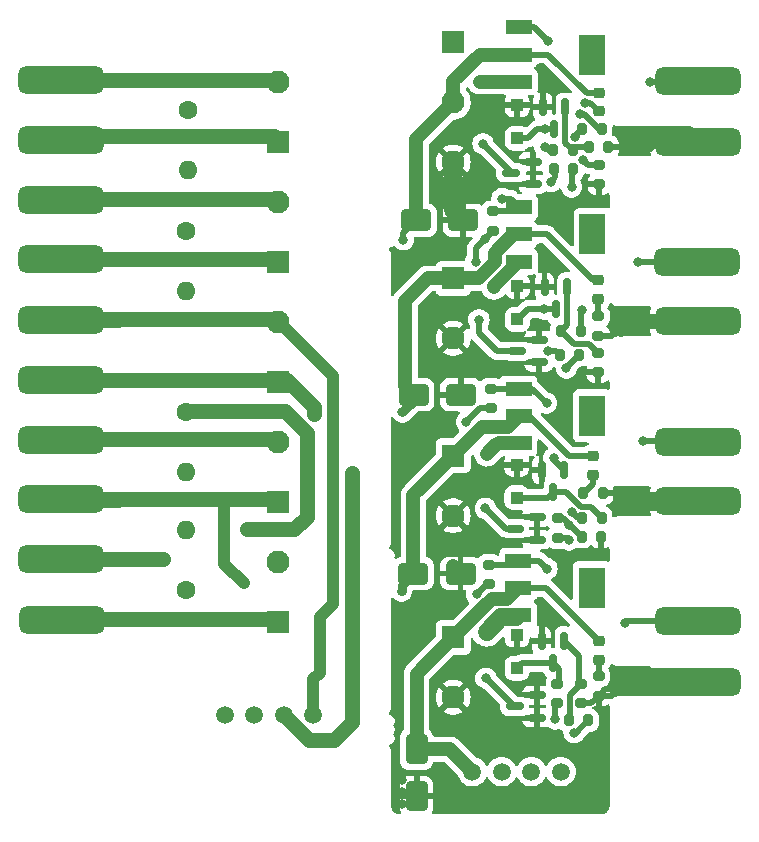
<source format=gbr>
%TF.GenerationSoftware,KiCad,Pcbnew,7.0.11*%
%TF.CreationDate,2024-11-05T15:47:56-05:00*%
%TF.ProjectId,14.X.4 - PMOS - PLC Connector Combined,31342e58-2e34-4202-9d20-504d4f53202d,rev?*%
%TF.SameCoordinates,Original*%
%TF.FileFunction,Copper,L1,Top*%
%TF.FilePolarity,Positive*%
%FSLAX46Y46*%
G04 Gerber Fmt 4.6, Leading zero omitted, Abs format (unit mm)*
G04 Created by KiCad (PCBNEW 7.0.11) date 2024-11-05 15:47:56*
%MOMM*%
%LPD*%
G01*
G04 APERTURE LIST*
G04 Aperture macros list*
%AMRoundRect*
0 Rectangle with rounded corners*
0 $1 Rounding radius*
0 $2 $3 $4 $5 $6 $7 $8 $9 X,Y pos of 4 corners*
0 Add a 4 corners polygon primitive as box body*
4,1,4,$2,$3,$4,$5,$6,$7,$8,$9,$2,$3,0*
0 Add four circle primitives for the rounded corners*
1,1,$1+$1,$2,$3*
1,1,$1+$1,$4,$5*
1,1,$1+$1,$6,$7*
1,1,$1+$1,$8,$9*
0 Add four rect primitives between the rounded corners*
20,1,$1+$1,$2,$3,$4,$5,0*
20,1,$1+$1,$4,$5,$6,$7,0*
20,1,$1+$1,$6,$7,$8,$9,0*
20,1,$1+$1,$8,$9,$2,$3,0*%
G04 Aperture macros list end*
%TA.AperFunction,SMDPad,CuDef*%
%ADD10RoundRect,0.218750X0.256250X-0.218750X0.256250X0.218750X-0.256250X0.218750X-0.256250X-0.218750X0*%
%TD*%
%TA.AperFunction,SMDPad,CuDef*%
%ADD11RoundRect,0.200000X0.200000X0.275000X-0.200000X0.275000X-0.200000X-0.275000X0.200000X-0.275000X0*%
%TD*%
%TA.AperFunction,SMDPad,CuDef*%
%ADD12RoundRect,0.200000X-0.200000X-0.275000X0.200000X-0.275000X0.200000X0.275000X-0.200000X0.275000X0*%
%TD*%
%TA.AperFunction,SMDPad,CuDef*%
%ADD13RoundRect,0.200000X0.275000X-0.200000X0.275000X0.200000X-0.275000X0.200000X-0.275000X-0.200000X0*%
%TD*%
%TA.AperFunction,SMDPad,CuDef*%
%ADD14RoundRect,0.200000X-0.275000X0.200000X-0.275000X-0.200000X0.275000X-0.200000X0.275000X0.200000X0*%
%TD*%
%TA.AperFunction,SMDPad,CuDef*%
%ADD15RoundRect,0.150000X-0.150000X0.587500X-0.150000X-0.587500X0.150000X-0.587500X0.150000X0.587500X0*%
%TD*%
%TA.AperFunction,SMDPad,CuDef*%
%ADD16RoundRect,0.250000X0.300000X-0.300000X0.300000X0.300000X-0.300000X0.300000X-0.300000X-0.300000X0*%
%TD*%
%TA.AperFunction,SMDPad,CuDef*%
%ADD17RoundRect,0.150000X0.587500X0.150000X-0.587500X0.150000X-0.587500X-0.150000X0.587500X-0.150000X0*%
%TD*%
%TA.AperFunction,ComponentPad*%
%ADD18C,1.950000*%
%TD*%
%TA.AperFunction,ComponentPad*%
%ADD19R,1.950000X1.950000*%
%TD*%
%TA.AperFunction,SMDPad,CuDef*%
%ADD20RoundRect,0.572500X-3.045750X-0.572500X3.045750X-0.572500X3.045750X0.572500X-3.045750X0.572500X0*%
%TD*%
%TA.AperFunction,SMDPad,CuDef*%
%ADD21R,2.200000X3.500000*%
%TD*%
%TA.AperFunction,SMDPad,CuDef*%
%ADD22R,2.200000X1.200000*%
%TD*%
%TA.AperFunction,SMDPad,CuDef*%
%ADD23RoundRect,0.250000X-0.650000X1.000000X-0.650000X-1.000000X0.650000X-1.000000X0.650000X1.000000X0*%
%TD*%
%TA.AperFunction,SMDPad,CuDef*%
%ADD24RoundRect,0.250000X-1.000000X-0.650000X1.000000X-0.650000X1.000000X0.650000X-1.000000X0.650000X0*%
%TD*%
%TA.AperFunction,ComponentPad*%
%ADD25C,1.600000*%
%TD*%
%TA.AperFunction,ComponentPad*%
%ADD26O,1.600000X1.600000*%
%TD*%
%TA.AperFunction,ComponentPad*%
%ADD27C,1.498600*%
%TD*%
%TA.AperFunction,ViaPad*%
%ADD28C,0.800000*%
%TD*%
%TA.AperFunction,Conductor*%
%ADD29C,1.143000*%
%TD*%
%TA.AperFunction,Conductor*%
%ADD30C,1.524000*%
%TD*%
%TA.AperFunction,Conductor*%
%ADD31C,0.508000*%
%TD*%
%TA.AperFunction,Conductor*%
%ADD32C,0.762000*%
%TD*%
%TA.AperFunction,Conductor*%
%ADD33C,0.250000*%
%TD*%
%TA.AperFunction,Conductor*%
%ADD34C,1.270000*%
%TD*%
%TA.AperFunction,Conductor*%
%ADD35C,1.016000*%
%TD*%
G04 APERTURE END LIST*
D10*
%TO.P,D4,1,K*%
%TO.N,Net-(D4-K)*%
X119310000Y-105625000D03*
%TO.P,D4,2,A*%
%TO.N,Net-(D4-A)*%
X119310000Y-104050000D03*
%TD*%
D11*
%TO.P,R21,2*%
%TO.N,Net-(Q3-G)*%
X116630000Y-93420000D03*
%TO.P,R21,1*%
%TO.N,Net-(J306-Pin_1)*%
X118280000Y-93420000D03*
%TD*%
D12*
%TO.P,R20,2*%
%TO.N,Net-(D6-K)*%
X118180000Y-95470000D03*
%TO.P,R20,1*%
%TO.N,Net-(R20-Pad1)*%
X116530000Y-95470000D03*
%TD*%
D13*
%TO.P,R19,2*%
%TO.N,Net-(D8-K)*%
X116330000Y-123310000D03*
%TO.P,R19,1*%
%TO.N,Net-(R19-Pad1)*%
X116330000Y-124960000D03*
%TD*%
D12*
%TO.P,R18,2*%
%TO.N,Net-(D7-K)*%
X120065000Y-109310000D03*
%TO.P,R18,1*%
%TO.N,Net-(R18-Pad1)*%
X118415000Y-109310000D03*
%TD*%
%TO.P,R17,1*%
%TO.N,Net-(D5-K)*%
X118425000Y-76360000D03*
%TO.P,R17,2*%
%TO.N,Net-(R1-Pad1)*%
X120075000Y-76360000D03*
%TD*%
D11*
%TO.P,R8,2*%
%TO.N,Net-(Q1-G)*%
X117280000Y-126420000D03*
%TO.P,R8,1*%
%TO.N,Net-(J302-Pin_1)*%
X118930000Y-126420000D03*
%TD*%
D13*
%TO.P,R5,2*%
%TO.N,Net-(Q2-G)*%
X116360000Y-109330000D03*
%TO.P,R5,1*%
%TO.N,Net-(J314-Pin_1)*%
X116360000Y-110980000D03*
%TD*%
D12*
%TO.P,R4,1*%
%TO.N,Net-(J304-Pin_1)*%
X115980000Y-78170000D03*
%TO.P,R4,2*%
%TO.N,Net-(Q4-G)*%
X117630000Y-78170000D03*
%TD*%
D13*
%TO.P,R15,2*%
%TO.N,Net-(Q3-G)*%
X119760000Y-95315000D03*
%TO.P,R15,1*%
%TO.N,GNDPWR*%
X119760000Y-96965000D03*
%TD*%
D11*
%TO.P,R14,2*%
%TO.N,Net-(Q2-G)*%
X118380000Y-110880000D03*
%TO.P,R14,1*%
%TO.N,GNDPWR*%
X120030000Y-110880000D03*
%TD*%
D14*
%TO.P,R13,2*%
%TO.N,GNDPWR*%
X118280000Y-124960000D03*
%TO.P,R13,1*%
%TO.N,Net-(Q1-G)*%
X118280000Y-123310000D03*
%TD*%
D11*
%TO.P,R2,2*%
%TO.N,Net-(Q4-G)*%
X118990000Y-77900000D03*
%TO.P,R2,1*%
%TO.N,GNDPWR*%
X120640000Y-77900000D03*
%TD*%
D15*
%TO.P,Q4,3,D*%
%TO.N,Net-(D5-K)*%
X116030000Y-76380000D03*
%TO.P,Q4,2,S*%
%TO.N,GNDPWR*%
X115080000Y-74505000D03*
%TO.P,Q4,1,G*%
%TO.N,Net-(Q4-G)*%
X116980000Y-74505000D03*
%TD*%
%TO.P,Q3,3,D*%
%TO.N,Net-(D6-K)*%
X116180000Y-91617500D03*
%TO.P,Q3,2,S*%
%TO.N,GNDPWR*%
X115230000Y-89742500D03*
%TO.P,Q3,1,G*%
%TO.N,Net-(Q3-G)*%
X117130000Y-89742500D03*
%TD*%
%TO.P,Q2,3,D*%
%TO.N,Net-(D7-K)*%
X115950000Y-107115000D03*
%TO.P,Q2,2,S*%
%TO.N,GNDPWR*%
X115000000Y-105240000D03*
%TO.P,Q2,1,G*%
%TO.N,Net-(Q2-G)*%
X116900000Y-105240000D03*
%TD*%
%TO.P,Q1,3,D*%
%TO.N,Net-(D8-K)*%
X115930000Y-121575000D03*
%TO.P,Q1,2,S*%
%TO.N,GNDPWR*%
X114980000Y-119700000D03*
%TO.P,Q1,1,G*%
%TO.N,Net-(Q1-G)*%
X116880000Y-119700000D03*
%TD*%
D16*
%TO.P,D8,2,A*%
%TO.N,GNDPWR*%
X112900000Y-119200000D03*
%TO.P,D8,1,K*%
%TO.N,Net-(D8-K)*%
X112900000Y-122000000D03*
%TD*%
%TO.P,D7,2,A*%
%TO.N,GNDPWR*%
X112890000Y-104770000D03*
%TO.P,D7,1,K*%
%TO.N,Net-(D7-K)*%
X112890000Y-107570000D03*
%TD*%
%TO.P,D6,2,A*%
%TO.N,GNDPWR*%
X112930000Y-89667500D03*
%TO.P,D6,1,K*%
%TO.N,Net-(D6-K)*%
X112930000Y-92467500D03*
%TD*%
%TO.P,D5,2,A*%
%TO.N,GNDPWR*%
X112910000Y-74330000D03*
%TO.P,D5,1,K*%
%TO.N,Net-(D5-K)*%
X112910000Y-77130000D03*
%TD*%
D14*
%TO.P,R3,2*%
%TO.N,Net-(J318-Pad1)*%
X110890000Y-84965000D03*
%TO.P,R3,1*%
%TO.N,Net-(R20-Pad1)*%
X110890000Y-83315000D03*
%TD*%
%TO.P,R7,2*%
%TO.N,Net-(J318-Pad1)*%
X110530000Y-114880000D03*
%TO.P,R7,1*%
%TO.N,Net-(R19-Pad1)*%
X110530000Y-113230000D03*
%TD*%
D17*
%TO.P,D307,3*%
%TO.N,Net-(D1-A)*%
X112400000Y-80070000D03*
%TO.P,D307,2*%
%TO.N,GNDPWR*%
X114275000Y-79120000D03*
%TO.P,D307,1*%
X114275000Y-81020000D03*
%TD*%
D18*
%TO.P,J317,2,2*%
%TO.N,GNDPWR*%
X107500000Y-94080000D03*
D19*
%TO.P,J317,1,1*%
%TO.N,Net-(D2-A)*%
X107500000Y-89000000D03*
%TD*%
D20*
%TO.P,J302,1,Pin_1*%
%TO.N,Net-(J302-Pin_1)*%
X128210000Y-118050000D03*
%TD*%
D10*
%TO.P,D3,2,A*%
%TO.N,Net-(D3-A)*%
X119840000Y-119705000D03*
%TO.P,D3,1,K*%
%TO.N,Net-(D3-K)*%
X119840000Y-121280000D03*
%TD*%
D20*
%TO.P,J310,1,Pin_1*%
%TO.N,Net-(J304-Pin_1)*%
X128240000Y-72320000D03*
%TD*%
D21*
%TO.P,U1,4*%
%TO.N,N/C*%
X119270000Y-70050000D03*
D22*
%TO.P,U1,3,3*%
%TO.N,Net-(J318-Pad1)*%
X113070000Y-72350000D03*
%TO.P,U1,2,2*%
%TO.N,Net-(D1-A)*%
X113070000Y-70050000D03*
%TO.P,U1,1,1*%
%TO.N,Net-(R1-Pad1)*%
X113070000Y-67750000D03*
%TD*%
D20*
%TO.P,J210,1,Pin_1*%
%TO.N,Net-(J210-Pin_1)*%
X74278250Y-72187224D03*
%TD*%
D21*
%TO.P,U3,4*%
%TO.N,N/C*%
X119230000Y-100630000D03*
D22*
%TO.P,U3,3,3*%
%TO.N,Net-(J318-Pad1)*%
X113030000Y-102930000D03*
%TO.P,U3,2,2*%
%TO.N,Net-(D4-A)*%
X113030000Y-100630000D03*
%TO.P,U3,1,1*%
%TO.N,Net-(R18-Pad1)*%
X113030000Y-98330000D03*
%TD*%
D20*
%TO.P,J209,1,Pin_1*%
%TO.N,M*%
X74278250Y-77245000D03*
%TD*%
D14*
%TO.P,R6,2*%
%TO.N,Net-(J318-Pad1)*%
X110680000Y-99985000D03*
%TO.P,R6,1*%
%TO.N,Net-(R18-Pad1)*%
X110680000Y-98335000D03*
%TD*%
D23*
%TO.P,D303,1*%
%TO.N,Net-(D3-A)*%
X104400000Y-128862500D03*
%TO.P,D303,2*%
%TO.N,GNDPWR*%
X104400000Y-132862500D03*
%TD*%
D20*
%TO.P,J314,1,Pin_1*%
%TO.N,Net-(J314-Pin_1)*%
X128230000Y-102820000D03*
%TD*%
D17*
%TO.P,D306,3*%
%TO.N,Net-(D4-A)*%
X112695000Y-110180000D03*
%TO.P,D306,2*%
%TO.N,GNDPWR*%
X114570000Y-109230000D03*
%TO.P,D306,1*%
X114570000Y-111130000D03*
%TD*%
D20*
%TO.P,J311,1,Pin_1*%
%TO.N,GNDPWR*%
X128260000Y-92650000D03*
%TD*%
D21*
%TO.P,U4,4*%
%TO.N,N/C*%
X119220000Y-115210000D03*
D22*
%TO.P,U4,3,3*%
%TO.N,Net-(J318-Pad1)*%
X113020000Y-117510000D03*
%TO.P,U4,2,2*%
%TO.N,Net-(D3-A)*%
X113020000Y-115210000D03*
%TO.P,U4,1,1*%
%TO.N,Net-(R19-Pad1)*%
X113020000Y-112910000D03*
%TD*%
D20*
%TO.P,J206,1,Pin_1*%
%TO.N,Net-(J206-Pin_1)*%
X74308250Y-92488334D03*
%TD*%
%TO.P,J306,1,Pin_1*%
%TO.N,Net-(J306-Pin_1)*%
X128180000Y-87590000D03*
%TD*%
%TO.P,J307,1,Pin_1*%
%TO.N,GNDPWR*%
X128230000Y-123140000D03*
%TD*%
D24*
%TO.P,D302,1*%
%TO.N,Net-(D4-A)*%
X104120000Y-113990000D03*
%TO.P,D302,2*%
%TO.N,GNDPWR*%
X108120000Y-113990000D03*
%TD*%
D12*
%TO.P,R12,2*%
%TO.N,GNDPWR*%
X120170000Y-107180000D03*
%TO.P,R12,1*%
%TO.N,Net-(D4-K)*%
X118520000Y-107180000D03*
%TD*%
D20*
%TO.P,J202,1,Pin_1*%
%TO.N,Net-(J202-Pin_1)*%
X74298250Y-112799446D03*
%TD*%
%TO.P,J309,1,Pin_1*%
%TO.N,GNDPWR*%
X128230000Y-77420000D03*
%TD*%
D21*
%TO.P,U2,4*%
%TO.N,N/C*%
X119290000Y-85280000D03*
D22*
%TO.P,U2,3,3*%
%TO.N,Net-(J318-Pad1)*%
X113090000Y-87580000D03*
%TO.P,U2,2,2*%
%TO.N,Net-(D2-A)*%
X113090000Y-85280000D03*
%TO.P,U2,1,1*%
%TO.N,Net-(R20-Pad1)*%
X113090000Y-82980000D03*
%TD*%
D13*
%TO.P,R10,2*%
%TO.N,Net-(D2-K)*%
X119780000Y-92210000D03*
%TO.P,R10,1*%
%TO.N,GNDPWR*%
X119780000Y-93860000D03*
%TD*%
D25*
%TO.P,R204,1*%
%TO.N,M*%
X85008250Y-74782224D03*
D26*
%TO.P,R204,2*%
%TO.N,Net-(J208-Pin_1)*%
X85008250Y-79862224D03*
%TD*%
D19*
%TO.P,J222,1,1*%
%TO.N,Net-(J205-Pin_1)*%
X92640000Y-97740000D03*
D18*
%TO.P,J222,2,2*%
%TO.N,Net-(J206-Pin_1)*%
X92640000Y-92660000D03*
%TD*%
D20*
%TO.P,J203,1,Pin_1*%
%TO.N,Net-(J203-Pin_1)*%
X74308250Y-107721668D03*
%TD*%
D25*
%TO.P,R202,1*%
%TO.N,M*%
X84918250Y-100297224D03*
D26*
%TO.P,R202,2*%
%TO.N,Net-(J202-Pin_1)*%
X84918250Y-105377224D03*
%TD*%
D20*
%TO.P,J315,1,Pin_1*%
%TO.N,GNDPWR*%
X128210000Y-107880000D03*
%TD*%
%TO.P,J208,1,Pin_1*%
%TO.N,Net-(J208-Pin_1)*%
X74298250Y-82342778D03*
%TD*%
D19*
%TO.P,J224,1,1*%
%TO.N,Net-(J201-Pin_1)*%
X92640000Y-118060000D03*
D18*
%TO.P,J224,2,2*%
%TO.N,Net-(J202-Pin_1)*%
X92640000Y-112980000D03*
%TD*%
D19*
%TO.P,J320,1,1*%
%TO.N,Net-(D4-A)*%
X107500000Y-104000000D03*
D18*
%TO.P,J320,2,2*%
%TO.N,GNDPWR*%
X107500000Y-109080000D03*
%TD*%
D24*
%TO.P,D301,1*%
%TO.N,Net-(D2-A)*%
X104160000Y-98860000D03*
%TO.P,D301,2*%
%TO.N,GNDPWR*%
X108160000Y-98860000D03*
%TD*%
D25*
%TO.P,R201,1*%
%TO.N,Net-(J201-Pin_1)*%
X84878250Y-115392224D03*
D26*
%TO.P,R201,2*%
%TO.N,M*%
X84878250Y-110312224D03*
%TD*%
D27*
%TO.P,J226,1,1*%
%TO.N,Net-(J206-Pin_1)*%
X95660000Y-125970000D03*
%TO.P,J226,2,2*%
%TO.N,Net-(J205-Pin_1)*%
X93160000Y-125970000D03*
%TO.P,J226,3,3*%
%TO.N,Net-(J204-Pin_1)*%
X90660000Y-125970000D03*
%TO.P,J226,4,4*%
%TO.N,Net-(J203-Pin_1)*%
X88160000Y-125970000D03*
%TD*%
D20*
%TO.P,J201,1,Pin_1*%
%TO.N,Net-(J201-Pin_1)*%
X74370000Y-117920000D03*
%TD*%
D17*
%TO.P,D308,3*%
%TO.N,Net-(D2-A)*%
X112885000Y-95170000D03*
%TO.P,D308,2*%
%TO.N,GNDPWR*%
X114760000Y-94220000D03*
%TO.P,D308,1*%
X114760000Y-96120000D03*
%TD*%
D13*
%TO.P,R11,2*%
%TO.N,Net-(D3-K)*%
X119810000Y-122695000D03*
%TO.P,R11,1*%
%TO.N,GNDPWR*%
X119810000Y-124345000D03*
%TD*%
D19*
%TO.P,J318,1,1*%
%TO.N,Net-(J318-Pad1)*%
X107500000Y-69000000D03*
D18*
%TO.P,J318,2,2*%
%TO.N,Net-(D1-A)*%
X107500000Y-74080000D03*
%TO.P,J318,3,3*%
%TO.N,GNDPWR*%
X107500000Y-79160000D03*
%TD*%
D13*
%TO.P,R9,2*%
%TO.N,Net-(D1-K)*%
X119850000Y-79385000D03*
%TO.P,R9,1*%
%TO.N,GNDPWR*%
X119850000Y-81035000D03*
%TD*%
D17*
%TO.P,D305,3*%
%TO.N,Net-(D3-A)*%
X112695000Y-125250000D03*
%TO.P,D305,2*%
%TO.N,GNDPWR*%
X114570000Y-124300000D03*
%TO.P,D305,1*%
X114570000Y-126200000D03*
%TD*%
D24*
%TO.P,D309,2*%
%TO.N,GNDPWR*%
X108360000Y-84070000D03*
%TO.P,D309,1*%
%TO.N,Net-(D1-A)*%
X104360000Y-84070000D03*
%TD*%
D25*
%TO.P,R203,1*%
%TO.N,Net-(J207-Pin_1)*%
X84918250Y-85002224D03*
D26*
%TO.P,R203,2*%
%TO.N,M*%
X84918250Y-90082224D03*
%TD*%
D12*
%TO.P,R1,2*%
%TO.N,Net-(J318-Pad1)*%
X117655000Y-79760000D03*
%TO.P,R1,1*%
%TO.N,Net-(R1-Pad1)*%
X116005000Y-79760000D03*
%TD*%
D20*
%TO.P,J204,1,Pin_1*%
%TO.N,Net-(J204-Pin_1)*%
X74298250Y-102653890D03*
%TD*%
%TO.P,J207,1,Pin_1*%
%TO.N,Net-(J207-Pin_1)*%
X74308250Y-87400556D03*
%TD*%
%TO.P,J205,1,Pin_1*%
%TO.N,Net-(J205-Pin_1)*%
X74280000Y-97590000D03*
%TD*%
D19*
%TO.P,J221,1,1*%
%TO.N,Net-(J203-Pin_1)*%
X92640000Y-107900000D03*
D18*
%TO.P,J221,2,2*%
%TO.N,Net-(J204-Pin_1)*%
X92640000Y-102820000D03*
%TD*%
D19*
%TO.P,J223,1,1*%
%TO.N,M*%
X92640000Y-77420000D03*
D18*
%TO.P,J223,2,2*%
%TO.N,Net-(J210-Pin_1)*%
X92640000Y-72340000D03*
%TD*%
D19*
%TO.P,J225,1,1*%
%TO.N,Net-(J207-Pin_1)*%
X92640000Y-87580000D03*
D18*
%TO.P,J225,2,2*%
%TO.N,Net-(J208-Pin_1)*%
X92640000Y-82500000D03*
%TD*%
D10*
%TO.P,D2,2,A*%
%TO.N,Net-(D2-A)*%
X119780000Y-89135000D03*
%TO.P,D2,1,K*%
%TO.N,Net-(D2-K)*%
X119780000Y-90710000D03*
%TD*%
D19*
%TO.P,J319,1,1*%
%TO.N,Net-(D3-A)*%
X107500000Y-119400000D03*
D18*
%TO.P,J319,2,2*%
%TO.N,GNDPWR*%
X107500000Y-124480000D03*
%TD*%
D10*
%TO.P,D1,2,A*%
%TO.N,Net-(D1-A)*%
X119810000Y-73292500D03*
%TO.P,D1,1,K*%
%TO.N,Net-(D1-K)*%
X119810000Y-74867500D03*
%TD*%
D27*
%TO.P,J321,1,1*%
%TO.N,Net-(D1-A)*%
X116620000Y-130760000D03*
%TO.P,J321,2,2*%
%TO.N,Net-(D2-A)*%
X114120000Y-130760000D03*
%TO.P,J321,3,3*%
%TO.N,Net-(D4-A)*%
X111620000Y-130760000D03*
%TO.P,J321,4,4*%
%TO.N,Net-(D3-A)*%
X109120000Y-130760000D03*
%TD*%
D28*
%TO.N,GNDPWR*%
X119290000Y-82330000D03*
%TO.N,Net-(Q2-G)*%
X116000000Y-104240000D03*
X117330000Y-109870000D03*
%TO.N,GNDPWR*%
X111210000Y-91200000D03*
X108500000Y-85840000D03*
X115700000Y-83200000D03*
X110930000Y-81060000D03*
X110760000Y-111470000D03*
X116480000Y-112470000D03*
%TO.N,Net-(J314-Pin_1)*%
X123560000Y-102810000D03*
X117300000Y-111170000D03*
%TO.N,Net-(R18-Pad1)*%
X117538866Y-108811127D03*
X115400000Y-99570000D03*
%TO.N,Net-(J302-Pin_1)*%
X117735152Y-127456659D03*
X122080000Y-118210000D03*
%TO.N,Net-(R19-Pad1)*%
X116130000Y-126310000D03*
X115440000Y-113580000D03*
%TO.N,Net-(J306-Pin_1)*%
X123120000Y-87640000D03*
X118440000Y-91680000D03*
%TO.N,Net-(D6-K)*%
X115204000Y-91617500D03*
X117080000Y-96610000D03*
%TO.N,Net-(R20-Pad1)*%
X111640000Y-82250000D03*
X115540000Y-95160000D03*
%TO.N,Net-(J318-Pad1)*%
X117520000Y-81260000D03*
X110172500Y-85682500D03*
%TO.N,Net-(D1-K)*%
X118489831Y-78995448D03*
X118626054Y-74173045D03*
%TO.N,Net-(R1-Pad1)*%
X118255414Y-75101824D03*
%TO.N,Net-(D5-K)*%
X115270000Y-76380000D03*
X117834000Y-76999130D03*
%TO.N,Net-(R1-Pad1)*%
X115750000Y-80810000D03*
%TO.N,Net-(J304-Pin_1)*%
X124130000Y-72390000D03*
X115260000Y-77880000D03*
%TO.N,Net-(R1-Pad1)*%
X115550000Y-68940000D03*
%TO.N,Net-(J318-Pad1)*%
X109399956Y-87589956D03*
%TO.N,Net-(D1-A)*%
X110020000Y-77600000D03*
%TO.N,Net-(D2-A)*%
X109680000Y-92500000D03*
%TO.N,Net-(D4-A)*%
X110230000Y-108470000D03*
%TO.N,Net-(D3-A)*%
X110270000Y-122850000D03*
%TO.N,Net-(J318-Pad1)*%
X109495236Y-115748011D03*
X108610000Y-101150000D03*
X111110000Y-118010000D03*
X110330000Y-118910000D03*
X110340000Y-103860000D03*
X111150000Y-103140000D03*
X110890000Y-72350000D03*
X109750000Y-72350000D03*
X111757977Y-88787977D03*
X110940000Y-89730000D03*
%TO.N,Net-(D1-A)*%
X103270000Y-85720000D03*
%TO.N,Net-(D2-A)*%
X103200000Y-100320000D03*
%TO.N,Net-(D4-A)*%
X103130000Y-115490000D03*
%TO.N,GNDPWR*%
X122960000Y-77960000D03*
X122930000Y-76700000D03*
X123850000Y-77890000D03*
%TO.N,Net-(J201-Pin_1)*%
X79471250Y-117874224D03*
X80868250Y-117874224D03*
X82265250Y-117874224D03*
%TO.N,Net-(J202-Pin_1)*%
X79471250Y-112794224D03*
X80868250Y-112794224D03*
X82392250Y-112794224D03*
%TO.N,Net-(J203-Pin_1)*%
X79471250Y-107714224D03*
X89758150Y-114826224D03*
X81249250Y-107714224D03*
X82773250Y-107714224D03*
%TO.N,Net-(J204-Pin_1)*%
X81249250Y-102634224D03*
X79598250Y-102634224D03*
X82773250Y-102634224D03*
%TO.N,Net-(J205-Pin_1)*%
X95679002Y-100444402D03*
X79852250Y-97554224D03*
X81503250Y-97554224D03*
X98902250Y-105440000D03*
X83027250Y-97554224D03*
%TO.N,Net-(J206-Pin_1)*%
X83281250Y-92474224D03*
X79852250Y-92474224D03*
X81630248Y-92474224D03*
%TO.N,Net-(J207-Pin_1)*%
X83027250Y-87394224D03*
X81376250Y-87394224D03*
X79852250Y-87394224D03*
%TO.N,Net-(J208-Pin_1)*%
X81503250Y-82314224D03*
X79725250Y-82314224D03*
X83281250Y-82314224D03*
%TO.N,M*%
X82773250Y-76980224D03*
X79344250Y-76980224D03*
X90012252Y-110254224D03*
X91282250Y-100221224D03*
X92425250Y-100221224D03*
X80995250Y-76980224D03*
X91028250Y-110254224D03*
%TO.N,GNDPWR*%
X123880000Y-76700000D03*
X103190000Y-133540000D03*
X123350000Y-93310000D03*
X123470000Y-122610000D03*
X124250000Y-123800000D03*
X123330000Y-107490000D03*
X124260000Y-122570000D03*
X123350000Y-108550000D03*
X121680000Y-92100000D03*
X121930000Y-108580000D03*
X121680000Y-93350000D03*
X103180000Y-132500000D03*
X123460000Y-123820000D03*
X103180000Y-131480000D03*
X123350000Y-92100000D03*
X121950000Y-107390000D03*
%TD*%
D29*
%TO.N,Net-(J318-Pad1)*%
X111060000Y-103140000D02*
X110340000Y-103860000D01*
X111150000Y-103140000D02*
X111060000Y-103140000D01*
D30*
%TO.N,GNDPWR*%
X128230000Y-123140000D02*
X127741490Y-123628510D01*
X127741490Y-123628510D02*
X124250000Y-123628510D01*
X123997490Y-123140000D02*
X123470000Y-122612510D01*
X128230000Y-123140000D02*
X123997490Y-123140000D01*
X128230000Y-123140000D02*
X123948510Y-123140000D01*
X123948510Y-123140000D02*
X123460000Y-123628510D01*
D31*
X127550000Y-123800000D02*
X128220000Y-123130000D01*
X124250000Y-123800000D02*
X127550000Y-123800000D01*
D29*
X124260000Y-122570000D02*
X127660000Y-122570000D01*
X127660000Y-122570000D02*
X128220000Y-123130000D01*
D31*
%TO.N,Net-(J302-Pin_1)*%
X117735152Y-127456659D02*
X117893341Y-127456659D01*
X117893341Y-127456659D02*
X118930000Y-126420000D01*
%TO.N,Net-(D1-K)*%
X118879383Y-79385000D02*
X119320000Y-79385000D01*
X118489831Y-78995448D02*
X118879383Y-79385000D01*
%TO.N,Net-(Q2-G)*%
X116000000Y-104240000D02*
X116000000Y-104340000D01*
X116000000Y-104340000D02*
X116900000Y-105240000D01*
X117330000Y-109810000D02*
X116830000Y-109310000D01*
X117330000Y-109870000D02*
X117330000Y-109810000D01*
X117390000Y-109870000D02*
X117330000Y-109870000D01*
%TO.N,Net-(J318-Pad1)*%
X110172500Y-85682500D02*
X110890000Y-84965000D01*
X109399956Y-87589956D02*
X109399956Y-86455044D01*
X109399956Y-86455044D02*
X110890000Y-84965000D01*
D29*
%TO.N,Net-(D2-A)*%
X112590000Y-85280000D02*
X113090000Y-85280000D01*
X111020000Y-86850000D02*
X112590000Y-85280000D01*
X107500000Y-89000000D02*
X109646665Y-89000000D01*
X109646665Y-89000000D02*
X111020000Y-87626666D01*
X111020000Y-87626666D02*
X111020000Y-86850000D01*
%TO.N,Net-(J318-Pad1)*%
X112965954Y-87580000D02*
X113090000Y-87580000D01*
X110940000Y-89730000D02*
X110940000Y-89605954D01*
X110940000Y-89605954D02*
X112965954Y-87580000D01*
%TO.N,Net-(D2-A)*%
X103440000Y-90890000D02*
X105330000Y-89000000D01*
X103440000Y-98140000D02*
X103440000Y-90890000D01*
X105330000Y-89000000D02*
X107500000Y-89000000D01*
X104160000Y-98860000D02*
X103440000Y-98140000D01*
%TO.N,GNDPWR*%
X123647990Y-77420000D02*
X122930000Y-76702010D01*
X128230000Y-77420000D02*
X123647990Y-77420000D01*
X123500000Y-77420000D02*
X122960000Y-77960000D01*
X128200000Y-77420000D02*
X123500000Y-77420000D01*
X124320000Y-77420000D02*
X123850000Y-77890000D01*
X128200000Y-77420000D02*
X124320000Y-77420000D01*
X128200000Y-77420000D02*
X127482010Y-76702010D01*
X127482010Y-76702010D02*
X123880000Y-76702010D01*
X128260000Y-92680000D02*
X122339010Y-92680000D01*
X122339010Y-92680000D02*
X121680000Y-93339010D01*
X122260000Y-92680000D02*
X121680000Y-92100000D01*
X128260000Y-92680000D02*
X122260000Y-92680000D01*
X123980000Y-92680000D02*
X123350000Y-93310000D01*
X128260000Y-92680000D02*
X123980000Y-92680000D01*
X123900000Y-92650000D02*
X123350000Y-92100000D01*
X128260000Y-92650000D02*
X123900000Y-92650000D01*
D30*
X122398510Y-107920000D02*
X121930000Y-108388510D01*
X128230000Y-107920000D02*
X122398510Y-107920000D01*
X122480000Y-107920000D02*
X121950000Y-107390000D01*
X128230000Y-107920000D02*
X122480000Y-107920000D01*
X123858510Y-107880000D02*
X123350000Y-108388510D01*
X128210000Y-107880000D02*
X123858510Y-107880000D01*
X123720000Y-107880000D02*
X123330000Y-107490000D01*
X128210000Y-107880000D02*
X123720000Y-107880000D01*
D31*
%TO.N,Net-(D2-A)*%
X109680000Y-93620000D02*
X111230000Y-95170000D01*
X109680000Y-92500000D02*
X109680000Y-93620000D01*
X111230000Y-95170000D02*
X112885000Y-95170000D01*
%TO.N,GNDPWR*%
X120355000Y-123800000D02*
X124250000Y-123800000D01*
X119810000Y-124345000D02*
X120355000Y-123800000D01*
X118280000Y-124960000D02*
X119195000Y-124960000D01*
X119195000Y-124960000D02*
X119810000Y-124345000D01*
%TO.N,Net-(R1-Pad1)*%
X118255414Y-75101824D02*
X118572262Y-75101824D01*
X119830438Y-76360000D02*
X120075000Y-76360000D01*
X118572262Y-75101824D02*
X119830438Y-76360000D01*
%TO.N,Net-(D1-K)*%
X119115545Y-74173045D02*
X119810000Y-74867500D01*
X118626054Y-74173045D02*
X119115545Y-74173045D01*
%TO.N,Net-(R19-Pad1)*%
X116130000Y-126310000D02*
X116130000Y-125250000D01*
X116130000Y-125250000D02*
X116420000Y-124960000D01*
%TO.N,Net-(Q1-G)*%
X117351000Y-126349000D02*
X117280000Y-126420000D01*
X117351000Y-124239000D02*
X117351000Y-126349000D01*
X118280000Y-123310000D02*
X117351000Y-124239000D01*
%TO.N,Net-(J314-Pin_1)*%
X128210000Y-102810000D02*
X128230000Y-102830000D01*
X123560000Y-102810000D02*
X128210000Y-102810000D01*
X116360000Y-110980000D02*
X117110000Y-110980000D01*
X117110000Y-110980000D02*
X117300000Y-111170000D01*
%TO.N,Net-(D7-K)*%
X117050478Y-107115000D02*
X115950000Y-107115000D01*
X118316478Y-108381000D02*
X117050478Y-107115000D01*
X119136000Y-108381000D02*
X118316478Y-108381000D01*
X120065000Y-109310000D02*
X119136000Y-108381000D01*
%TO.N,Net-(R18-Pad1)*%
X118037739Y-109310000D02*
X118415000Y-109310000D01*
X117538866Y-108811127D02*
X118037739Y-109310000D01*
X118415000Y-109310000D02*
X118435000Y-109290000D01*
%TO.N,Net-(Q2-G)*%
X118380000Y-110860000D02*
X117390000Y-109870000D01*
X118380000Y-110880000D02*
X118380000Y-110860000D01*
%TO.N,Net-(D7-K)*%
X115495000Y-107570000D02*
X115950000Y-107115000D01*
X112890000Y-107570000D02*
X115495000Y-107570000D01*
%TO.N,Net-(D4-K)*%
X119310000Y-105625000D02*
X119310000Y-106445000D01*
X119310000Y-106445000D02*
X118505000Y-107250000D01*
%TO.N,Net-(R18-Pad1)*%
X114160000Y-98330000D02*
X115400000Y-99570000D01*
X113030000Y-98330000D02*
X114160000Y-98330000D01*
%TO.N,Net-(D4-A)*%
X113885842Y-100630000D02*
X113030000Y-100630000D01*
X119310000Y-104050000D02*
X117305842Y-104050000D01*
X117305842Y-104050000D02*
X113885842Y-100630000D01*
%TO.N,Net-(J302-Pin_1)*%
X122240000Y-118050000D02*
X122080000Y-118210000D01*
X128210000Y-118050000D02*
X122240000Y-118050000D01*
%TO.N,Net-(D3-K)*%
X119840000Y-122665000D02*
X119810000Y-122695000D01*
X119840000Y-121280000D02*
X119840000Y-122665000D01*
%TO.N,Net-(D3-A)*%
X115345000Y-115210000D02*
X113020000Y-115210000D01*
X119840000Y-119705000D02*
X115345000Y-115210000D01*
%TO.N,Net-(Q1-G)*%
X116880000Y-119700000D02*
X118180000Y-121000000D01*
X118180000Y-121000000D02*
X118180000Y-123310000D01*
%TO.N,Net-(R19-Pad1)*%
X114770000Y-112910000D02*
X115440000Y-113580000D01*
X113020000Y-112910000D02*
X114770000Y-112910000D01*
%TO.N,Net-(J306-Pin_1)*%
X123180000Y-87580000D02*
X128180000Y-87580000D01*
X123120000Y-87640000D02*
X123180000Y-87580000D01*
X118280000Y-91840000D02*
X118440000Y-91680000D01*
X118280000Y-93420000D02*
X118280000Y-91840000D01*
%TO.N,Net-(Q3-G)*%
X117751000Y-94541000D02*
X116630000Y-93420000D01*
X118986000Y-94541000D02*
X117751000Y-94541000D01*
X119760000Y-95315000D02*
X118986000Y-94541000D01*
%TO.N,Net-(R20-Pad1)*%
X116220000Y-95160000D02*
X115540000Y-95160000D01*
X116530000Y-95470000D02*
X116220000Y-95160000D01*
%TO.N,Net-(D6-K)*%
X117080000Y-96570000D02*
X117080000Y-96610000D01*
X118180000Y-95470000D02*
X117080000Y-96570000D01*
%TO.N,Net-(Q3-G)*%
X117130000Y-92920000D02*
X117130000Y-89742500D01*
X116630000Y-93420000D02*
X117130000Y-92920000D01*
%TO.N,Net-(D6-K)*%
X115204000Y-91617500D02*
X116180000Y-91617500D01*
%TO.N,Net-(D2-K)*%
X119780000Y-90710000D02*
X119780000Y-92210000D01*
%TO.N,Net-(D6-K)*%
X112972500Y-92467500D02*
X113850000Y-91590000D01*
X113850000Y-91590000D02*
X113877500Y-91617500D01*
X113877500Y-91617500D02*
X116180000Y-91617500D01*
X112930000Y-92467500D02*
X112972500Y-92467500D01*
%TO.N,Net-(D2-A)*%
X115450001Y-85280000D02*
X113090000Y-85280000D01*
X119305001Y-89135000D02*
X115450001Y-85280000D01*
X119780000Y-89135000D02*
X119305001Y-89135000D01*
%TO.N,Net-(R20-Pad1)*%
X112360000Y-82250000D02*
X113090000Y-82980000D01*
X111640000Y-82250000D02*
X112360000Y-82250000D01*
%TO.N,Net-(Q4-G)*%
X117900000Y-77900000D02*
X118990000Y-77900000D01*
X117630000Y-78170000D02*
X117900000Y-77900000D01*
%TO.N,Net-(J318-Pad1)*%
X117520000Y-79980000D02*
X117750000Y-79750000D01*
X117520000Y-81260000D02*
X117520000Y-79980000D01*
%TO.N,Net-(R1-Pad1)*%
X119826885Y-76360000D02*
X120075000Y-76360000D01*
%TO.N,Net-(D5-K)*%
X117834000Y-76951000D02*
X118425000Y-76360000D01*
X117834000Y-76999130D02*
X117834000Y-76951000D01*
X115270000Y-76380000D02*
X116030000Y-76380000D01*
X114620000Y-76380000D02*
X115270000Y-76380000D01*
%TO.N,Net-(Q4-G)*%
X116980000Y-77520000D02*
X117630000Y-78170000D01*
X116980000Y-74505000D02*
X116980000Y-77520000D01*
%TO.N,Net-(R1-Pad1)*%
X116100000Y-80460000D02*
X115750000Y-80810000D01*
X116100000Y-79750000D02*
X116100000Y-80460000D01*
%TO.N,Net-(J304-Pin_1)*%
X128170000Y-72390000D02*
X128240000Y-72320000D01*
X124130000Y-72390000D02*
X128170000Y-72390000D01*
X115550000Y-78170000D02*
X115260000Y-77880000D01*
X115980000Y-78170000D02*
X115550000Y-78170000D01*
%TO.N,Net-(D1-A)*%
X115540000Y-70050000D02*
X113070000Y-70050000D01*
X119810000Y-73345000D02*
X118835000Y-73345000D01*
X118835000Y-73345000D02*
X115540000Y-70050000D01*
%TO.N,Net-(R1-Pad1)*%
X114360000Y-67750000D02*
X115550000Y-68940000D01*
X113070000Y-67750000D02*
X114360000Y-67750000D01*
%TO.N,Net-(R20-Pad1)*%
X112755000Y-83315000D02*
X113090000Y-82980000D01*
X110890000Y-83315000D02*
X112755000Y-83315000D01*
%TO.N,Net-(D5-K)*%
X113870000Y-77130000D02*
X114620000Y-76380000D01*
X112910000Y-77130000D02*
X113870000Y-77130000D01*
X118405000Y-76380000D02*
X118425000Y-76360000D01*
%TO.N,Net-(D1-A)*%
X112400000Y-79980000D02*
X110020000Y-77600000D01*
X112400000Y-80070000D02*
X112400000Y-79980000D01*
%TO.N,Net-(D4-A)*%
X111940000Y-110180000D02*
X110230000Y-108470000D01*
X112695000Y-110180000D02*
X111940000Y-110180000D01*
%TO.N,Net-(D3-A)*%
X112670000Y-125250000D02*
X110270000Y-122850000D01*
X112695000Y-125250000D02*
X112670000Y-125250000D01*
%TO.N,Net-(D8-K)*%
X116420000Y-122065000D02*
X115930000Y-121575000D01*
X116420000Y-123310000D02*
X116420000Y-122065000D01*
X113325000Y-121575000D02*
X112900000Y-122000000D01*
X115930000Y-121575000D02*
X113325000Y-121575000D01*
%TO.N,Net-(R19-Pad1)*%
X112700000Y-113230000D02*
X113020000Y-112910000D01*
X110530000Y-113230000D02*
X112700000Y-113230000D01*
%TO.N,Net-(J318-Pad1)*%
X110363247Y-114880000D02*
X109495236Y-115748011D01*
X110530000Y-114880000D02*
X110363247Y-114880000D01*
%TO.N,Net-(R18-Pad1)*%
X110685000Y-98330000D02*
X110680000Y-98335000D01*
X113030000Y-98330000D02*
X110685000Y-98330000D01*
%TO.N,Net-(J318-Pad1)*%
X109775000Y-99985000D02*
X108610000Y-101150000D01*
X110680000Y-99985000D02*
X109775000Y-99985000D01*
D30*
X110330000Y-118910000D02*
X111568000Y-117672000D01*
X111568000Y-117672000D02*
X112858000Y-117672000D01*
D29*
X111360000Y-102930000D02*
X111150000Y-103140000D01*
X113030000Y-102930000D02*
X111360000Y-102930000D01*
X109750000Y-72350000D02*
X113070000Y-72350000D01*
%TO.N,Net-(D1-A)*%
X109760000Y-70050000D02*
X113070000Y-70050000D01*
X107500000Y-74080000D02*
X107500000Y-72310000D01*
X107500000Y-72310000D02*
X109760000Y-70050000D01*
D32*
%TO.N,Net-(D2-A)*%
X104160000Y-99360000D02*
X104160000Y-98860000D01*
X103200000Y-100320000D02*
X104160000Y-99360000D01*
D31*
%TO.N,Net-(D1-A)*%
X103270000Y-85160000D02*
X104360000Y-84070000D01*
X103270000Y-85720000D02*
X103270000Y-85160000D01*
D32*
%TO.N,Net-(D4-A)*%
X103130000Y-114980000D02*
X104120000Y-113990000D01*
X103130000Y-115490000D02*
X103130000Y-114980000D01*
X103130000Y-115490000D02*
X103100000Y-115460000D01*
D29*
%TO.N,GNDPWR*%
X107500000Y-113370000D02*
X108120000Y-113990000D01*
D30*
X107500000Y-83210000D02*
X108360000Y-84070000D01*
X107500000Y-79160000D02*
X107500000Y-83210000D01*
D29*
%TO.N,Net-(D3-A)*%
X112091500Y-116138500D02*
X113020000Y-115210000D01*
X110761500Y-116138500D02*
X112091500Y-116138500D01*
X107500000Y-119400000D02*
X110761500Y-116138500D01*
X107222500Y-128862500D02*
X109120000Y-130760000D01*
X104400000Y-128862500D02*
X107222500Y-128862500D01*
%TO.N,Net-(D1-A)*%
X104360000Y-77220000D02*
X104360000Y-84070000D01*
X107500000Y-74080000D02*
X104360000Y-77220000D01*
%TO.N,Net-(D4-A)*%
X104120000Y-107380000D02*
X107500000Y-104000000D01*
X104120000Y-113990000D02*
X104120000Y-107380000D01*
%TO.N,Net-(D3-A)*%
X104400000Y-122500000D02*
X104400000Y-128862500D01*
X107500000Y-119400000D02*
X104400000Y-122500000D01*
%TO.N,Net-(D4-A)*%
X112101500Y-101558500D02*
X113030000Y-100630000D01*
X109941500Y-101558500D02*
X112101500Y-101558500D01*
X107500000Y-104000000D02*
X109941500Y-101558500D01*
D30*
%TO.N,GNDPWR*%
X107500000Y-79160000D02*
X107530000Y-79190000D01*
D33*
%TO.N,Net-(J304-Pin_1)*%
X128150000Y-72410000D02*
X128240000Y-72320000D01*
D34*
%TO.N,Net-(J201-Pin_1)*%
X92298250Y-117874224D02*
X74292163Y-117874224D01*
X74292163Y-117874224D02*
X74290616Y-117875771D01*
X92425250Y-117747224D02*
X92298250Y-117874224D01*
%TO.N,Net-(J202-Pin_1)*%
X82900250Y-112794224D02*
X74282641Y-112794224D01*
X74282641Y-112794224D02*
X74273772Y-112803093D01*
D35*
%TO.N,Net-(J203-Pin_1)*%
X88107250Y-113175324D02*
X89758150Y-114826224D01*
D34*
X92425250Y-107587224D02*
X92298250Y-107714224D01*
X74287595Y-107731527D02*
X74295588Y-107739520D01*
X74304898Y-107714224D02*
X74287595Y-107731527D01*
X74295588Y-107739520D02*
X79090250Y-107739520D01*
D35*
X88107250Y-107714224D02*
X88107250Y-113175324D01*
D34*
X92298250Y-107714224D02*
X88107250Y-107714224D01*
X88107250Y-107714224D02*
X74304898Y-107714224D01*
%TO.N,Net-(J204-Pin_1)*%
X92425250Y-102507224D02*
X92298250Y-102634224D01*
X92298250Y-102634224D02*
X74288698Y-102634224D01*
X74288698Y-102634224D02*
X74270525Y-102652397D01*
%TO.N,Net-(J205-Pin_1)*%
X95679002Y-99869002D02*
X95679002Y-100444402D01*
X74208250Y-97576109D02*
X93386109Y-97576109D01*
X95280000Y-128090000D02*
X97390000Y-128090000D01*
X98902250Y-126577750D02*
X98902250Y-105440000D01*
X93160000Y-125970000D02*
X95280000Y-128090000D01*
X97390000Y-128090000D02*
X98902250Y-126577750D01*
X93386109Y-97576109D02*
X95679002Y-99869002D01*
%TO.N,Net-(J206-Pin_1)*%
X74259168Y-92494687D02*
X79090250Y-92494687D01*
D35*
X96188250Y-122371750D02*
X96188250Y-117667224D01*
D34*
X92425250Y-92347224D02*
X92298250Y-92474224D01*
D35*
X96188250Y-117667224D02*
X97324258Y-116531216D01*
D34*
X92298250Y-92474224D02*
X74279353Y-92474224D01*
X74259029Y-92494548D02*
X74259168Y-92494687D01*
D35*
X95620000Y-122940000D02*
X96188250Y-122371750D01*
X97324258Y-97246232D02*
X92425250Y-92347224D01*
X95620000Y-125930000D02*
X95620000Y-122940000D01*
X95660000Y-125970000D02*
X95620000Y-125930000D01*
X97324258Y-116531216D02*
X97324258Y-97246232D01*
D34*
X74279353Y-92474224D02*
X74259029Y-92494548D01*
%TO.N,Net-(J207-Pin_1)*%
X92425250Y-87267224D02*
X92298250Y-87394224D01*
X92298250Y-87394224D02*
X74277496Y-87394224D01*
X74277496Y-87394224D02*
X74272933Y-87398787D01*
%TO.N,Net-(J208-Pin_1)*%
X92298250Y-82314224D02*
X74322732Y-82314224D01*
X92425250Y-82187224D02*
X92298250Y-82314224D01*
X74322732Y-82314224D02*
X74290929Y-82346027D01*
%TO.N,M*%
X95110000Y-102070000D02*
X95110000Y-109175474D01*
X94031250Y-110254224D02*
X90012252Y-110254224D01*
X74595318Y-76970000D02*
X74313791Y-77251527D01*
D33*
X79088577Y-77251527D02*
X74313791Y-77251527D01*
D34*
X93261224Y-100221224D02*
X95110000Y-102070000D01*
D33*
X79105880Y-77234224D02*
X79088577Y-77251527D01*
D34*
X95110000Y-109175474D02*
X94031250Y-110254224D01*
X84805250Y-100221224D02*
X93261224Y-100221224D01*
X92288026Y-76970000D02*
X74595318Y-76970000D01*
X92425250Y-77107224D02*
X92288026Y-76970000D01*
%TO.N,Net-(J210-Pin_1)*%
X74268986Y-72175201D02*
X92500273Y-72175201D01*
%TD*%
%TA.AperFunction,Conductor*%
%TO.N,GNDPWR*%
G36*
X114835702Y-102647330D02*
G01*
X114842180Y-102653362D01*
X115501019Y-103312201D01*
X115534504Y-103373524D01*
X115529520Y-103443216D01*
X115487648Y-103499149D01*
X115486224Y-103500199D01*
X115394132Y-103567109D01*
X115394129Y-103567111D01*
X115267466Y-103707785D01*
X115172821Y-103871715D01*
X115172818Y-103871722D01*
X115121058Y-104031025D01*
X115114326Y-104051744D01*
X115094540Y-104240000D01*
X115114326Y-104428256D01*
X115114327Y-104428259D01*
X115172818Y-104608277D01*
X115172821Y-104608284D01*
X115220229Y-104690398D01*
X115233387Y-104713187D01*
X115250000Y-104775187D01*
X115250000Y-106145684D01*
X115232733Y-106208804D01*
X115198254Y-106267105D01*
X115198254Y-106267106D01*
X115152402Y-106424926D01*
X115152401Y-106424932D01*
X115149500Y-106461798D01*
X115149500Y-106691500D01*
X115129815Y-106758539D01*
X115077011Y-106804294D01*
X115025500Y-106815500D01*
X113848231Y-106815500D01*
X113781192Y-106795815D01*
X113760550Y-106779182D01*
X113718692Y-106737324D01*
X113658656Y-106677288D01*
X113581917Y-106629955D01*
X113509336Y-106585187D01*
X113509331Y-106585185D01*
X113482394Y-106576259D01*
X113342797Y-106530001D01*
X113342795Y-106530000D01*
X113240010Y-106519500D01*
X112539998Y-106519500D01*
X112539980Y-106519501D01*
X112437203Y-106530000D01*
X112437200Y-106530001D01*
X112270668Y-106585185D01*
X112270663Y-106585187D01*
X112121342Y-106677289D01*
X111997289Y-106801342D01*
X111905191Y-106950658D01*
X111905185Y-106950668D01*
X111903386Y-106956097D01*
X111850001Y-107117203D01*
X111850001Y-107117204D01*
X111850000Y-107117204D01*
X111839500Y-107219983D01*
X111839500Y-107920001D01*
X111839501Y-107920019D01*
X111850000Y-108022796D01*
X111850001Y-108022799D01*
X111905185Y-108189331D01*
X111905187Y-108189336D01*
X111924459Y-108220581D01*
X111997288Y-108338656D01*
X112121344Y-108462712D01*
X112270666Y-108554814D01*
X112437203Y-108609999D01*
X112539991Y-108620500D01*
X113240008Y-108620499D01*
X113271362Y-108617296D01*
X113340055Y-108630065D01*
X113390939Y-108677946D01*
X113407860Y-108745736D01*
X113390697Y-108803773D01*
X113381218Y-108819800D01*
X113335399Y-108977513D01*
X113335204Y-108979998D01*
X113335205Y-108980000D01*
X114696000Y-108980000D01*
X114763039Y-108999685D01*
X114808794Y-109052489D01*
X114820000Y-109104000D01*
X114820000Y-110030000D01*
X115223134Y-110030000D01*
X115223149Y-110029999D01*
X115259989Y-110027100D01*
X115259995Y-110027099D01*
X115417694Y-109981283D01*
X115424857Y-109978184D01*
X115425674Y-109980074D01*
X115482995Y-109965520D01*
X115549262Y-109987667D01*
X115566096Y-110001754D01*
X115631661Y-110067319D01*
X115665146Y-110128642D01*
X115660162Y-110198334D01*
X115631661Y-110242682D01*
X115529935Y-110344407D01*
X115468612Y-110377891D01*
X115407659Y-110375801D01*
X115259995Y-110332900D01*
X115259989Y-110332899D01*
X115223149Y-110330000D01*
X114820000Y-110330000D01*
X114820000Y-111256000D01*
X114800315Y-111323039D01*
X114747511Y-111368794D01*
X114696000Y-111380000D01*
X113335205Y-111380000D01*
X113335204Y-111380001D01*
X113335399Y-111382486D01*
X113381218Y-111540197D01*
X113429820Y-111622380D01*
X113447002Y-111690104D01*
X113424842Y-111756366D01*
X113370375Y-111800129D01*
X113323087Y-111809500D01*
X111872129Y-111809500D01*
X111872123Y-111809501D01*
X111812516Y-111815908D01*
X111677671Y-111866202D01*
X111677664Y-111866206D01*
X111562455Y-111952452D01*
X111562452Y-111952455D01*
X111476206Y-112067664D01*
X111476202Y-112067671D01*
X111425908Y-112202517D01*
X111419501Y-112262116D01*
X111419500Y-112262135D01*
X111419500Y-112351500D01*
X111399815Y-112418539D01*
X111347011Y-112464294D01*
X111295500Y-112475500D01*
X111276360Y-112475500D01*
X111212211Y-112457617D01*
X111094606Y-112386522D01*
X110932196Y-112335914D01*
X110932194Y-112335913D01*
X110932192Y-112335913D01*
X110882778Y-112331423D01*
X110861616Y-112329500D01*
X110198384Y-112329500D01*
X110179145Y-112331248D01*
X110127807Y-112335913D01*
X109965393Y-112386522D01*
X109819811Y-112474530D01*
X109699531Y-112594810D01*
X109699528Y-112594814D01*
X109666743Y-112649047D01*
X109615215Y-112696234D01*
X109546356Y-112708072D01*
X109495531Y-112690435D01*
X109439128Y-112655645D01*
X109439119Y-112655641D01*
X109272697Y-112600494D01*
X109272690Y-112600493D01*
X109169986Y-112590000D01*
X108370000Y-112590000D01*
X108370000Y-115389999D01*
X108494048Y-115389999D01*
X108561087Y-115409684D01*
X108606842Y-115462488D01*
X108616786Y-115531646D01*
X108611979Y-115552316D01*
X108609564Y-115559748D01*
X108609562Y-115559754D01*
X108598099Y-115668817D01*
X108589776Y-115748011D01*
X108609562Y-115936267D01*
X108609563Y-115936270D01*
X108668054Y-116116288D01*
X108668057Y-116116295D01*
X108762702Y-116280226D01*
X108845545Y-116372233D01*
X108875775Y-116435225D01*
X108867149Y-116504560D01*
X108841076Y-116542886D01*
X107495781Y-117888181D01*
X107434458Y-117921666D01*
X107408100Y-117924500D01*
X106477129Y-117924500D01*
X106477123Y-117924501D01*
X106417516Y-117930908D01*
X106282671Y-117981202D01*
X106282664Y-117981206D01*
X106167455Y-118067452D01*
X106167452Y-118067455D01*
X106081206Y-118182664D01*
X106081202Y-118182671D01*
X106030908Y-118317517D01*
X106024501Y-118377116D01*
X106024500Y-118377135D01*
X106024500Y-119308100D01*
X106004815Y-119375139D01*
X105988181Y-119395781D01*
X103712591Y-121671370D01*
X103696857Y-121684682D01*
X103694800Y-121686146D01*
X103694793Y-121686153D01*
X103633956Y-121749956D01*
X103631900Y-121752062D01*
X103605876Y-121778088D01*
X103600564Y-121784521D01*
X103594700Y-121791127D01*
X103553517Y-121834320D01*
X103553511Y-121834327D01*
X103536690Y-121860502D01*
X103527997Y-121872408D01*
X103508188Y-121896400D01*
X103508185Y-121896404D01*
X103479600Y-121948752D01*
X103475086Y-121956361D01*
X103442832Y-122006549D01*
X103431264Y-122035444D01*
X103424982Y-122048776D01*
X103410074Y-122076079D01*
X103410066Y-122076097D01*
X103391908Y-122132900D01*
X103388915Y-122141226D01*
X103366745Y-122196604D01*
X103360855Y-122227165D01*
X103357210Y-122241446D01*
X103347734Y-122271093D01*
X103347733Y-122271096D01*
X103340652Y-122330320D01*
X103339288Y-122339064D01*
X103328000Y-122397634D01*
X103328000Y-122428756D01*
X103327123Y-122443476D01*
X103323429Y-122474368D01*
X103323429Y-122474374D01*
X103327684Y-122533861D01*
X103328000Y-122542707D01*
X103328000Y-127172864D01*
X103308315Y-127239903D01*
X103286137Y-127264367D01*
X103286451Y-127264681D01*
X103157289Y-127393842D01*
X103065187Y-127543163D01*
X103065186Y-127543166D01*
X103010001Y-127709703D01*
X103010001Y-127709704D01*
X103010000Y-127709704D01*
X102999500Y-127812483D01*
X102999500Y-129912501D01*
X102999501Y-129912518D01*
X103010000Y-130015296D01*
X103010001Y-130015299D01*
X103011392Y-130019496D01*
X103065186Y-130181834D01*
X103157288Y-130331156D01*
X103281344Y-130455212D01*
X103430666Y-130547314D01*
X103597203Y-130602499D01*
X103699991Y-130613000D01*
X105100008Y-130612999D01*
X105202797Y-130602499D01*
X105369334Y-130547314D01*
X105518656Y-130455212D01*
X105642712Y-130331156D01*
X105734814Y-130181834D01*
X105788608Y-130019494D01*
X105828380Y-129962051D01*
X105892895Y-129935228D01*
X105906313Y-129934500D01*
X106727101Y-129934500D01*
X106794140Y-129954185D01*
X106814782Y-129970819D01*
X107883929Y-131039966D01*
X107916023Y-131095554D01*
X107941083Y-131189082D01*
X107941085Y-131189086D01*
X107941086Y-131189090D01*
X107948998Y-131206057D01*
X108033506Y-131387286D01*
X108033507Y-131387287D01*
X108158941Y-131566425D01*
X108313575Y-131721059D01*
X108492713Y-131846493D01*
X108690910Y-131938914D01*
X108902146Y-131995514D01*
X109076429Y-132010762D01*
X109119999Y-132014574D01*
X109120000Y-132014574D01*
X109120001Y-132014574D01*
X109156309Y-132011397D01*
X109337854Y-131995514D01*
X109549090Y-131938914D01*
X109747287Y-131846493D01*
X109926425Y-131721059D01*
X110081059Y-131566425D01*
X110206493Y-131387287D01*
X110257618Y-131277648D01*
X110303790Y-131225209D01*
X110370984Y-131206057D01*
X110437865Y-131226273D01*
X110482381Y-131277648D01*
X110533507Y-131387287D01*
X110658941Y-131566425D01*
X110813575Y-131721059D01*
X110992713Y-131846493D01*
X111190910Y-131938914D01*
X111402146Y-131995514D01*
X111576429Y-132010762D01*
X111619999Y-132014574D01*
X111620000Y-132014574D01*
X111620001Y-132014574D01*
X111656309Y-132011397D01*
X111837854Y-131995514D01*
X112049090Y-131938914D01*
X112247287Y-131846493D01*
X112426425Y-131721059D01*
X112581059Y-131566425D01*
X112706493Y-131387287D01*
X112757618Y-131277648D01*
X112803790Y-131225209D01*
X112870984Y-131206057D01*
X112937865Y-131226273D01*
X112982381Y-131277648D01*
X113033507Y-131387287D01*
X113158941Y-131566425D01*
X113313575Y-131721059D01*
X113492713Y-131846493D01*
X113690910Y-131938914D01*
X113902146Y-131995514D01*
X114076429Y-132010762D01*
X114119999Y-132014574D01*
X114120000Y-132014574D01*
X114120001Y-132014574D01*
X114156309Y-132011397D01*
X114337854Y-131995514D01*
X114549090Y-131938914D01*
X114747287Y-131846493D01*
X114926425Y-131721059D01*
X115081059Y-131566425D01*
X115206493Y-131387287D01*
X115257618Y-131277648D01*
X115303790Y-131225209D01*
X115370984Y-131206057D01*
X115437865Y-131226273D01*
X115482381Y-131277648D01*
X115533507Y-131387287D01*
X115658941Y-131566425D01*
X115813575Y-131721059D01*
X115992713Y-131846493D01*
X116190910Y-131938914D01*
X116402146Y-131995514D01*
X116576429Y-132010762D01*
X116619999Y-132014574D01*
X116620000Y-132014574D01*
X116620001Y-132014574D01*
X116656309Y-132011397D01*
X116837854Y-131995514D01*
X117049090Y-131938914D01*
X117247287Y-131846493D01*
X117426425Y-131721059D01*
X117581059Y-131566425D01*
X117706493Y-131387287D01*
X117798914Y-131189090D01*
X117855514Y-130977854D01*
X117874574Y-130760000D01*
X117855514Y-130542146D01*
X117798914Y-130330910D01*
X117706493Y-130132713D01*
X117581059Y-129953575D01*
X117426425Y-129798941D01*
X117265013Y-129685919D01*
X117247286Y-129673506D01*
X117140907Y-129623901D01*
X117049090Y-129581086D01*
X117049086Y-129581085D01*
X117049082Y-129581083D01*
X116837859Y-129524487D01*
X116837849Y-129524485D01*
X116620001Y-129505426D01*
X116619999Y-129505426D01*
X116402150Y-129524485D01*
X116402140Y-129524487D01*
X116190917Y-129581083D01*
X116190908Y-129581087D01*
X115992713Y-129673506D01*
X115942649Y-129708562D01*
X115813575Y-129798941D01*
X115813573Y-129798942D01*
X115813570Y-129798945D01*
X115658945Y-129953570D01*
X115658942Y-129953573D01*
X115658941Y-129953575D01*
X115653006Y-129962051D01*
X115533506Y-130132713D01*
X115482382Y-130242351D01*
X115436210Y-130294790D01*
X115369016Y-130313942D01*
X115302135Y-130293726D01*
X115257618Y-130242351D01*
X115229398Y-130181834D01*
X115206493Y-130132713D01*
X115081059Y-129953575D01*
X114926425Y-129798941D01*
X114765013Y-129685919D01*
X114747286Y-129673506D01*
X114640907Y-129623901D01*
X114549090Y-129581086D01*
X114549086Y-129581085D01*
X114549082Y-129581083D01*
X114337859Y-129524487D01*
X114337849Y-129524485D01*
X114120001Y-129505426D01*
X114119999Y-129505426D01*
X113902150Y-129524485D01*
X113902140Y-129524487D01*
X113690917Y-129581083D01*
X113690908Y-129581087D01*
X113492713Y-129673506D01*
X113442649Y-129708562D01*
X113313575Y-129798941D01*
X113313573Y-129798942D01*
X113313570Y-129798945D01*
X113158945Y-129953570D01*
X113158942Y-129953573D01*
X113158941Y-129953575D01*
X113153006Y-129962051D01*
X113033506Y-130132713D01*
X112982382Y-130242351D01*
X112936210Y-130294790D01*
X112869016Y-130313942D01*
X112802135Y-130293726D01*
X112757618Y-130242351D01*
X112729398Y-130181834D01*
X112706493Y-130132713D01*
X112581059Y-129953575D01*
X112426425Y-129798941D01*
X112265013Y-129685919D01*
X112247286Y-129673506D01*
X112140907Y-129623901D01*
X112049090Y-129581086D01*
X112049086Y-129581085D01*
X112049082Y-129581083D01*
X111837859Y-129524487D01*
X111837849Y-129524485D01*
X111620001Y-129505426D01*
X111619999Y-129505426D01*
X111402150Y-129524485D01*
X111402140Y-129524487D01*
X111190917Y-129581083D01*
X111190908Y-129581087D01*
X110992713Y-129673506D01*
X110942649Y-129708562D01*
X110813575Y-129798941D01*
X110813573Y-129798942D01*
X110813570Y-129798945D01*
X110658945Y-129953570D01*
X110658942Y-129953573D01*
X110658941Y-129953575D01*
X110653006Y-129962051D01*
X110533506Y-130132713D01*
X110482382Y-130242351D01*
X110436210Y-130294790D01*
X110369016Y-130313942D01*
X110302135Y-130293726D01*
X110257618Y-130242351D01*
X110229398Y-130181834D01*
X110206493Y-130132713D01*
X110081059Y-129953575D01*
X109926425Y-129798941D01*
X109765013Y-129685919D01*
X109747286Y-129673506D01*
X109640907Y-129623901D01*
X109549090Y-129581086D01*
X109549086Y-129581085D01*
X109549082Y-129581083D01*
X109455553Y-129556023D01*
X109399965Y-129523929D01*
X108051132Y-128175096D01*
X108037805Y-128159341D01*
X108036351Y-128157299D01*
X108036349Y-128157296D01*
X108036343Y-128157290D01*
X107972522Y-128096436D01*
X107970411Y-128094375D01*
X107944416Y-128068380D01*
X107944411Y-128068375D01*
X107937968Y-128063055D01*
X107931366Y-128057195D01*
X107924407Y-128050560D01*
X107888181Y-128016018D01*
X107888178Y-128016015D01*
X107862001Y-127999193D01*
X107850088Y-127990495D01*
X107848128Y-127988877D01*
X107842483Y-127984215D01*
X107826100Y-127970688D01*
X107826098Y-127970687D01*
X107826097Y-127970686D01*
X107773747Y-127942100D01*
X107766137Y-127937585D01*
X107715956Y-127905335D01*
X107687063Y-127893768D01*
X107673727Y-127887485D01*
X107646409Y-127872569D01*
X107589592Y-127854407D01*
X107581261Y-127851412D01*
X107525892Y-127829245D01*
X107525887Y-127829243D01*
X107495329Y-127823353D01*
X107481047Y-127819708D01*
X107451408Y-127810234D01*
X107451402Y-127810233D01*
X107392179Y-127803152D01*
X107383433Y-127801788D01*
X107324865Y-127790500D01*
X107324864Y-127790500D01*
X107293744Y-127790500D01*
X107279024Y-127789623D01*
X107248128Y-127785929D01*
X107248127Y-127785929D01*
X107218166Y-127788071D01*
X107188637Y-127790184D01*
X107179791Y-127790500D01*
X105906314Y-127790500D01*
X105839275Y-127770815D01*
X105793520Y-127718011D01*
X105788608Y-127705505D01*
X105768530Y-127644915D01*
X105734814Y-127543166D01*
X105642712Y-127393844D01*
X105518656Y-127269788D01*
X105513549Y-127264681D01*
X105514532Y-127263697D01*
X105478710Y-127213101D01*
X105472000Y-127172864D01*
X105472000Y-126450001D01*
X113335204Y-126450001D01*
X113335399Y-126452486D01*
X113381218Y-126610198D01*
X113464814Y-126751552D01*
X113464821Y-126751561D01*
X113580938Y-126867678D01*
X113580947Y-126867685D01*
X113722303Y-126951282D01*
X113722306Y-126951283D01*
X113880004Y-126997099D01*
X113880010Y-126997100D01*
X113916850Y-126999999D01*
X113916866Y-127000000D01*
X114320000Y-127000000D01*
X114320000Y-126450000D01*
X113335205Y-126450000D01*
X113335204Y-126450001D01*
X105472000Y-126450001D01*
X105472000Y-124480005D01*
X106019945Y-124480005D01*
X106040130Y-124723605D01*
X106100138Y-124960573D01*
X106198330Y-125184429D01*
X106294626Y-125331819D01*
X106897452Y-124728993D01*
X106907188Y-124758956D01*
X106995186Y-124897619D01*
X107114903Y-125010040D01*
X107249510Y-125084041D01*
X106647758Y-125685794D01*
X106647758Y-125685796D01*
X106690478Y-125719046D01*
X106690484Y-125719050D01*
X106905468Y-125835394D01*
X106905476Y-125835397D01*
X107136664Y-125914765D01*
X107377779Y-125955000D01*
X107622221Y-125955000D01*
X107863335Y-125914765D01*
X108094523Y-125835397D01*
X108094531Y-125835394D01*
X108309514Y-125719051D01*
X108309514Y-125719050D01*
X108352240Y-125685795D01*
X108352240Y-125685794D01*
X107747534Y-125081086D01*
X107815629Y-125054126D01*
X107948492Y-124957595D01*
X108053175Y-124831055D01*
X108101631Y-124728078D01*
X108705372Y-125331819D01*
X108801667Y-125184431D01*
X108801672Y-125184423D01*
X108899861Y-124960573D01*
X108959869Y-124723605D01*
X108980055Y-124480005D01*
X108980055Y-124479994D01*
X108959869Y-124236394D01*
X108899861Y-123999426D01*
X108801669Y-123775570D01*
X108705372Y-123628179D01*
X108102546Y-124231004D01*
X108092812Y-124201044D01*
X108004814Y-124062381D01*
X107885097Y-123949960D01*
X107750488Y-123875957D01*
X108352240Y-123274204D01*
X108352240Y-123274203D01*
X108309514Y-123240949D01*
X108094531Y-123124605D01*
X108094523Y-123124602D01*
X107863335Y-123045234D01*
X107622221Y-123005000D01*
X107377779Y-123005000D01*
X107136664Y-123045234D01*
X106905476Y-123124602D01*
X106905468Y-123124605D01*
X106690481Y-123240951D01*
X106647758Y-123274202D01*
X106647757Y-123274204D01*
X107252466Y-123878912D01*
X107184371Y-123905874D01*
X107051508Y-124002405D01*
X106946825Y-124128945D01*
X106898368Y-124231921D01*
X106294626Y-123628179D01*
X106198328Y-123775575D01*
X106100138Y-123999426D01*
X106040130Y-124236394D01*
X106019945Y-124479994D01*
X106019945Y-124480005D01*
X105472000Y-124480005D01*
X105472000Y-122995398D01*
X105491685Y-122928359D01*
X105508314Y-122907722D01*
X105566036Y-122850000D01*
X109364540Y-122850000D01*
X109384326Y-123038256D01*
X109384327Y-123038259D01*
X109442818Y-123218277D01*
X109442821Y-123218284D01*
X109537467Y-123382216D01*
X109643607Y-123500096D01*
X109664129Y-123522888D01*
X109817265Y-123634148D01*
X109817270Y-123634151D01*
X109990191Y-123711142D01*
X109990193Y-123711142D01*
X109990197Y-123711144D01*
X110048148Y-123723461D01*
X110109627Y-123756653D01*
X110110046Y-123757070D01*
X111420681Y-125067705D01*
X111454166Y-125129028D01*
X111457000Y-125155386D01*
X111457000Y-125465701D01*
X111459901Y-125502567D01*
X111459902Y-125502573D01*
X111505754Y-125660393D01*
X111505755Y-125660396D01*
X111589417Y-125801862D01*
X111589423Y-125801870D01*
X111705629Y-125918076D01*
X111705633Y-125918079D01*
X111705635Y-125918081D01*
X111847102Y-126001744D01*
X111888724Y-126013836D01*
X112004926Y-126047597D01*
X112004929Y-126047597D01*
X112004931Y-126047598D01*
X112041806Y-126050500D01*
X112041814Y-126050500D01*
X113348186Y-126050500D01*
X113348194Y-126050500D01*
X113385069Y-126047598D01*
X113385071Y-126047597D01*
X113385073Y-126047597D01*
X113455533Y-126027126D01*
X113542898Y-126001744D01*
X113601194Y-125967268D01*
X113664315Y-125950000D01*
X114320000Y-125950000D01*
X114320000Y-125400000D01*
X114057000Y-125400000D01*
X113989961Y-125380315D01*
X113944206Y-125327511D01*
X113933000Y-125276000D01*
X113933000Y-125224000D01*
X113952685Y-125156961D01*
X114005489Y-125111206D01*
X114057000Y-125100000D01*
X114320000Y-125100000D01*
X114320000Y-124550000D01*
X113664315Y-124550000D01*
X113601194Y-124532732D01*
X113597094Y-124530307D01*
X113542898Y-124498256D01*
X113542897Y-124498255D01*
X113542896Y-124498255D01*
X113542893Y-124498254D01*
X113385073Y-124452402D01*
X113385067Y-124452401D01*
X113348201Y-124449500D01*
X113348194Y-124449500D01*
X112987886Y-124449500D01*
X112920847Y-124429815D01*
X112900205Y-124413181D01*
X112537022Y-124049998D01*
X113335204Y-124049998D01*
X113335205Y-124050000D01*
X114320000Y-124050000D01*
X114320000Y-123500000D01*
X113916850Y-123500000D01*
X113880010Y-123502899D01*
X113880004Y-123502900D01*
X113722306Y-123548716D01*
X113722303Y-123548717D01*
X113580947Y-123632314D01*
X113580938Y-123632321D01*
X113464821Y-123748438D01*
X113464814Y-123748447D01*
X113381218Y-123889801D01*
X113335399Y-124047513D01*
X113335204Y-124049998D01*
X112537022Y-124049998D01*
X111180048Y-122693024D01*
X111149798Y-122643661D01*
X111141894Y-122619336D01*
X111097179Y-122481716D01*
X111002533Y-122317784D01*
X110875871Y-122177112D01*
X110875870Y-122177111D01*
X110722734Y-122065851D01*
X110722729Y-122065848D01*
X110549807Y-121988857D01*
X110549802Y-121988855D01*
X110385892Y-121954016D01*
X110364646Y-121949500D01*
X110175354Y-121949500D01*
X110154108Y-121954016D01*
X109990197Y-121988855D01*
X109990192Y-121988857D01*
X109817270Y-122065848D01*
X109817265Y-122065851D01*
X109664129Y-122177111D01*
X109537466Y-122317785D01*
X109442821Y-122481715D01*
X109442818Y-122481722D01*
X109384327Y-122661740D01*
X109384326Y-122661744D01*
X109364540Y-122850000D01*
X105566036Y-122850000D01*
X107504218Y-120911817D01*
X107565541Y-120878333D01*
X107591899Y-120875499D01*
X108522871Y-120875499D01*
X108522872Y-120875499D01*
X108582483Y-120869091D01*
X108717331Y-120818796D01*
X108832546Y-120732546D01*
X108918796Y-120617331D01*
X108969091Y-120482483D01*
X108975500Y-120422873D01*
X108975499Y-119557715D01*
X108995183Y-119490677D01*
X109047987Y-119444922D01*
X109117146Y-119434978D01*
X109180702Y-119464003D01*
X109204492Y-119491743D01*
X109211943Y-119503600D01*
X109321465Y-119677904D01*
X109367014Y-119727736D01*
X109474785Y-119845642D01*
X109640312Y-119971674D01*
X109655597Y-119983312D01*
X109826093Y-120070183D01*
X109858080Y-120086481D01*
X110075732Y-120151840D01*
X110301557Y-120177284D01*
X110301559Y-120177283D01*
X110301561Y-120177284D01*
X110345098Y-120174348D01*
X110528297Y-120161996D01*
X110748663Y-120106469D01*
X110955572Y-120012486D01*
X111142376Y-119883069D01*
X111638325Y-119387118D01*
X111699642Y-119353638D01*
X111769333Y-119358622D01*
X111825267Y-119400493D01*
X111849684Y-119465958D01*
X111850000Y-119474802D01*
X111850000Y-119549970D01*
X111850001Y-119549987D01*
X111860494Y-119652697D01*
X111915641Y-119819119D01*
X111915643Y-119819124D01*
X112007684Y-119968345D01*
X112131654Y-120092315D01*
X112280875Y-120184356D01*
X112280880Y-120184358D01*
X112447302Y-120239505D01*
X112447309Y-120239506D01*
X112550019Y-120249999D01*
X112650000Y-120249998D01*
X112650000Y-119074000D01*
X112669685Y-119006961D01*
X112722489Y-118961206D01*
X112774000Y-118950000D01*
X113026000Y-118950000D01*
X113093039Y-118969685D01*
X113138794Y-119022489D01*
X113150000Y-119074000D01*
X113150000Y-120249999D01*
X113249972Y-120249999D01*
X113249986Y-120249998D01*
X113352697Y-120239505D01*
X113519119Y-120184358D01*
X113519124Y-120184356D01*
X113668345Y-120092315D01*
X113792315Y-119968345D01*
X113884356Y-119819124D01*
X113884358Y-119819119D01*
X113939505Y-119652697D01*
X113939506Y-119652690D01*
X113949999Y-119549986D01*
X113949999Y-119519365D01*
X113969682Y-119452325D01*
X114022484Y-119406568D01*
X114091642Y-119396623D01*
X114155199Y-119425646D01*
X114161680Y-119431680D01*
X114180000Y-119450000D01*
X114730000Y-119450000D01*
X114730000Y-118465203D01*
X115230000Y-118465203D01*
X115230000Y-119450000D01*
X115780000Y-119450000D01*
X115780000Y-119046865D01*
X115779999Y-119046850D01*
X115777100Y-119010010D01*
X115777099Y-119010004D01*
X115731283Y-118852306D01*
X115731282Y-118852303D01*
X115647685Y-118710947D01*
X115647678Y-118710938D01*
X115531561Y-118594821D01*
X115531552Y-118594814D01*
X115390196Y-118511217D01*
X115390193Y-118511216D01*
X115232494Y-118465400D01*
X115232497Y-118465400D01*
X115230000Y-118465203D01*
X114730000Y-118465203D01*
X114727505Y-118465400D01*
X114721330Y-118466529D01*
X114651844Y-118459214D01*
X114597344Y-118415493D01*
X114575132Y-118349248D01*
X114582861Y-118301215D01*
X114614091Y-118217482D01*
X114620500Y-118157873D01*
X114620499Y-116862128D01*
X114614091Y-116802517D01*
X114596595Y-116755609D01*
X114563797Y-116667671D01*
X114563793Y-116667664D01*
X114477547Y-116552455D01*
X114477544Y-116552452D01*
X114355231Y-116460888D01*
X114356930Y-116458617D01*
X114317743Y-116419435D01*
X114302886Y-116351163D01*
X114327298Y-116285697D01*
X114356311Y-116260556D01*
X114355231Y-116259112D01*
X114454026Y-116185153D01*
X114477546Y-116167546D01*
X114563796Y-116052331D01*
X114566467Y-116045170D01*
X114608337Y-115989235D01*
X114673800Y-115964816D01*
X114682650Y-115964500D01*
X114981114Y-115964500D01*
X115048153Y-115984185D01*
X115068795Y-116000819D01*
X117355307Y-118287331D01*
X117388792Y-118348654D01*
X117383808Y-118418346D01*
X117341936Y-118474279D01*
X117276472Y-118498696D01*
X117233032Y-118494089D01*
X117132567Y-118464901D01*
X117095701Y-118462000D01*
X117095694Y-118462000D01*
X116664306Y-118462000D01*
X116664298Y-118462000D01*
X116627432Y-118464901D01*
X116627426Y-118464902D01*
X116469606Y-118510754D01*
X116469603Y-118510755D01*
X116328137Y-118594417D01*
X116328129Y-118594423D01*
X116211923Y-118710629D01*
X116211917Y-118710637D01*
X116128255Y-118852103D01*
X116128254Y-118852106D01*
X116082402Y-119009926D01*
X116082401Y-119009932D01*
X116079500Y-119046798D01*
X116079500Y-120213000D01*
X116059815Y-120280039D01*
X116007011Y-120325794D01*
X115955500Y-120337000D01*
X115904000Y-120337000D01*
X115836961Y-120317315D01*
X115791206Y-120264511D01*
X115780000Y-120213000D01*
X115780000Y-119950000D01*
X114180000Y-119950000D01*
X114180000Y-120353149D01*
X114182899Y-120389989D01*
X114182900Y-120389995D01*
X114228716Y-120547693D01*
X114228717Y-120547696D01*
X114279390Y-120633379D01*
X114296573Y-120701103D01*
X114274413Y-120767365D01*
X114219947Y-120811129D01*
X114172658Y-120820500D01*
X113389000Y-120820500D01*
X113371031Y-120819191D01*
X113347091Y-120815684D01*
X113300330Y-120819776D01*
X113297451Y-120820028D01*
X113286645Y-120820500D01*
X113281051Y-120820500D01*
X113250113Y-120824116D01*
X113246529Y-120824482D01*
X113171387Y-120831056D01*
X113164321Y-120832516D01*
X113164310Y-120832464D01*
X113156832Y-120834122D01*
X113156845Y-120834174D01*
X113149812Y-120835840D01*
X113078925Y-120861639D01*
X113075525Y-120862821D01*
X113003962Y-120886536D01*
X112997420Y-120889587D01*
X112997397Y-120889539D01*
X112990507Y-120892875D01*
X112990531Y-120892922D01*
X112984074Y-120896164D01*
X112933996Y-120929101D01*
X112867168Y-120949493D01*
X112865858Y-120949500D01*
X112549999Y-120949500D01*
X112549980Y-120949501D01*
X112447203Y-120960000D01*
X112447200Y-120960001D01*
X112280668Y-121015185D01*
X112280663Y-121015187D01*
X112131342Y-121107289D01*
X112007289Y-121231342D01*
X111915187Y-121380663D01*
X111915186Y-121380666D01*
X111860001Y-121547203D01*
X111860001Y-121547204D01*
X111860000Y-121547204D01*
X111849500Y-121649983D01*
X111849500Y-122350001D01*
X111849501Y-122350019D01*
X111860000Y-122452796D01*
X111860001Y-122452799D01*
X111915185Y-122619331D01*
X111915187Y-122619336D01*
X111942398Y-122663452D01*
X112007288Y-122768656D01*
X112131344Y-122892712D01*
X112280666Y-122984814D01*
X112447203Y-123039999D01*
X112549991Y-123050500D01*
X113250008Y-123050499D01*
X113250016Y-123050498D01*
X113250019Y-123050498D01*
X113306302Y-123044748D01*
X113352797Y-123039999D01*
X113519334Y-122984814D01*
X113668656Y-122892712D01*
X113792712Y-122768656D01*
X113884814Y-122619334D01*
X113939999Y-122452797D01*
X113941215Y-122440895D01*
X113967612Y-122376204D01*
X114024794Y-122336054D01*
X114064573Y-122329500D01*
X115058019Y-122329500D01*
X115125058Y-122349185D01*
X115170813Y-122401989D01*
X115177095Y-122418902D01*
X115178255Y-122422897D01*
X115261917Y-122564362D01*
X115261923Y-122564370D01*
X115383651Y-122686098D01*
X115381286Y-122688462D01*
X115413270Y-122732714D01*
X115417087Y-122802480D01*
X115413471Y-122813144D01*
X115413754Y-122813233D01*
X115411523Y-122820392D01*
X115411522Y-122820394D01*
X115375889Y-122934748D01*
X115360913Y-122982807D01*
X115354500Y-123053386D01*
X115354500Y-123376195D01*
X115334815Y-123443234D01*
X115282011Y-123488989D01*
X115225615Y-123499203D01*
X115225580Y-123500096D01*
X115223134Y-123500000D01*
X114820000Y-123500000D01*
X114820000Y-125100000D01*
X115223134Y-125100000D01*
X115225580Y-125099904D01*
X115225633Y-125101260D01*
X115288950Y-125114322D01*
X115338884Y-125163193D01*
X115353357Y-125213898D01*
X115354246Y-125213818D01*
X115354500Y-125216613D01*
X115354500Y-125216616D01*
X115357475Y-125249356D01*
X115358930Y-125265362D01*
X115345393Y-125333908D01*
X115296947Y-125384254D01*
X115228972Y-125400415D01*
X115225715Y-125400202D01*
X115223159Y-125400001D01*
X115223134Y-125400000D01*
X114820000Y-125400000D01*
X114820000Y-127000000D01*
X115223134Y-127000000D01*
X115223149Y-126999999D01*
X115259989Y-126997100D01*
X115259995Y-126997099D01*
X115405349Y-126954870D01*
X115475218Y-126955069D01*
X115518633Y-126979395D01*
X115518871Y-126979068D01*
X115521642Y-126981081D01*
X115522914Y-126981794D01*
X115524130Y-126982889D01*
X115677265Y-127094148D01*
X115677270Y-127094151D01*
X115850192Y-127171142D01*
X115850197Y-127171144D01*
X116035354Y-127210500D01*
X116035355Y-127210500D01*
X116224644Y-127210500D01*
X116224646Y-127210500D01*
X116409803Y-127171144D01*
X116439671Y-127157845D01*
X116508917Y-127148560D01*
X116572194Y-127178188D01*
X116577786Y-127183444D01*
X116644811Y-127250469D01*
X116644813Y-127250470D01*
X116644815Y-127250472D01*
X116771619Y-127327128D01*
X116818807Y-127378656D01*
X116830791Y-127446199D01*
X116829692Y-127456659D01*
X116849478Y-127644915D01*
X116849479Y-127644918D01*
X116907970Y-127824936D01*
X116907973Y-127824943D01*
X117002619Y-127988875D01*
X117097612Y-128094375D01*
X117129281Y-128129547D01*
X117282417Y-128240807D01*
X117282422Y-128240810D01*
X117455344Y-128317801D01*
X117455349Y-128317803D01*
X117640506Y-128357159D01*
X117640507Y-128357159D01*
X117829796Y-128357159D01*
X117829798Y-128357159D01*
X118014955Y-128317803D01*
X118187882Y-128240810D01*
X118341023Y-128129547D01*
X118467685Y-127988875D01*
X118513531Y-127909464D01*
X118533232Y-127883790D01*
X118985205Y-127431819D01*
X119046528Y-127398334D01*
X119072886Y-127395500D01*
X119186613Y-127395500D01*
X119186616Y-127395500D01*
X119257196Y-127389086D01*
X119419606Y-127338478D01*
X119565185Y-127250472D01*
X119685472Y-127130185D01*
X119773478Y-126984606D01*
X119824086Y-126822196D01*
X119830500Y-126751616D01*
X119830500Y-126088384D01*
X119824086Y-126017804D01*
X119773478Y-125855394D01*
X119685472Y-125709815D01*
X119685470Y-125709813D01*
X119685469Y-125709811D01*
X119565188Y-125589530D01*
X119489651Y-125543866D01*
X119419606Y-125501522D01*
X119419604Y-125501521D01*
X119419602Y-125501520D01*
X119419603Y-125501520D01*
X119344629Y-125478158D01*
X119286481Y-125439421D01*
X119258507Y-125375396D01*
X119269589Y-125306410D01*
X119316207Y-125254367D01*
X119383562Y-125235790D01*
X119405715Y-125238157D01*
X119407894Y-125238590D01*
X119478418Y-125244999D01*
X119559999Y-125244998D01*
X119560000Y-125244998D01*
X119560000Y-124219000D01*
X119579685Y-124151961D01*
X119632489Y-124106206D01*
X119684000Y-124095000D01*
X120784999Y-124095000D01*
X120784999Y-124088417D01*
X120778591Y-124017897D01*
X120778590Y-124017892D01*
X120728018Y-123855603D01*
X120640072Y-123710122D01*
X120537984Y-123608034D01*
X120504499Y-123546711D01*
X120509483Y-123477019D01*
X120537983Y-123432673D01*
X120640472Y-123330185D01*
X120728478Y-123184606D01*
X120779086Y-123022196D01*
X120785500Y-122951616D01*
X120785500Y-122438384D01*
X120779086Y-122367804D01*
X120728478Y-122205394D01*
X120656934Y-122087047D01*
X120639099Y-122019493D01*
X120660617Y-121953019D01*
X120663734Y-121948778D01*
X120752544Y-121804795D01*
X120752543Y-121804795D01*
X120752549Y-121804787D01*
X120783983Y-121709924D01*
X120823753Y-121652483D01*
X120888268Y-121625659D01*
X120957044Y-121637973D01*
X120989368Y-121661250D01*
X121011575Y-121683457D01*
X121011578Y-121683459D01*
X121011581Y-121683462D01*
X121134503Y-121765594D01*
X121134509Y-121765596D01*
X121134510Y-121765597D01*
X121271081Y-121822166D01*
X121271086Y-121822168D01*
X121271090Y-121822168D01*
X121271091Y-121822169D01*
X121416079Y-121851010D01*
X121416082Y-121851010D01*
X121489901Y-121851010D01*
X124140472Y-121851010D01*
X124207511Y-121870695D01*
X124253266Y-121923499D01*
X124263210Y-121992657D01*
X124243163Y-122044512D01*
X124238661Y-122051163D01*
X124238655Y-122051173D01*
X124158030Y-122239449D01*
X124158028Y-122239456D01*
X124114491Y-122439589D01*
X124111750Y-122485621D01*
X124111750Y-123794378D01*
X124114491Y-123840410D01*
X124158028Y-124040543D01*
X124158031Y-124040551D01*
X124233675Y-124217197D01*
X124241970Y-124286573D01*
X124211441Y-124349420D01*
X124151780Y-124385785D01*
X124119687Y-124390010D01*
X121541372Y-124390010D01*
X121541338Y-124390000D01*
X121490000Y-124390000D01*
X121416082Y-124390000D01*
X121416080Y-124390000D01*
X121271091Y-124418840D01*
X121271085Y-124418842D01*
X121134506Y-124475414D01*
X121011579Y-124557553D01*
X120967246Y-124601886D01*
X120905923Y-124635370D01*
X120836231Y-124630385D01*
X120791885Y-124601885D01*
X120785000Y-124595000D01*
X120060000Y-124595000D01*
X120060000Y-125244999D01*
X120141581Y-125244999D01*
X120212102Y-125238591D01*
X120212107Y-125238590D01*
X120374396Y-125188018D01*
X120519877Y-125100072D01*
X120519878Y-125100071D01*
X120527819Y-125092131D01*
X120589142Y-125058646D01*
X120658834Y-125063630D01*
X120714767Y-125105502D01*
X120739184Y-125170966D01*
X120739500Y-125179812D01*
X120739500Y-133634413D01*
X120738903Y-133646571D01*
X120736095Y-133675073D01*
X120735913Y-133676793D01*
X120723876Y-133783665D01*
X120719315Y-133805784D01*
X120704090Y-133855972D01*
X120702471Y-133860930D01*
X120676325Y-133935650D01*
X120668641Y-133953151D01*
X120641544Y-134003843D01*
X120637181Y-134011359D01*
X120597643Y-134074284D01*
X120588501Y-134086978D01*
X120551060Y-134132599D01*
X120542888Y-134141615D01*
X120491105Y-134193397D01*
X120482089Y-134201569D01*
X120436470Y-134239007D01*
X120423779Y-134248146D01*
X120360853Y-134287686D01*
X120353331Y-134292052D01*
X120302641Y-134319145D01*
X120285144Y-134326828D01*
X120210411Y-134352978D01*
X120205453Y-134354596D01*
X120155267Y-134369820D01*
X120133154Y-134374380D01*
X120026862Y-134386356D01*
X120025136Y-134386539D01*
X120006960Y-134388329D01*
X119995957Y-134389413D01*
X119983806Y-134390010D01*
X105827998Y-134390010D01*
X105760959Y-134370325D01*
X105715204Y-134317521D01*
X105705260Y-134248363D01*
X105722459Y-134200914D01*
X105734354Y-134181628D01*
X105734358Y-134181619D01*
X105789505Y-134015197D01*
X105789506Y-134015190D01*
X105799999Y-133912486D01*
X105800000Y-133912473D01*
X105800000Y-133112500D01*
X103000001Y-133112500D01*
X103000001Y-133912486D01*
X103010494Y-134015197D01*
X103065641Y-134181619D01*
X103065644Y-134181626D01*
X103075982Y-134198385D01*
X103094423Y-134265777D01*
X103073501Y-134332441D01*
X103019860Y-134377211D01*
X102958302Y-134386887D01*
X102955751Y-134386636D01*
X102954001Y-134386451D01*
X102846736Y-134374358D01*
X102824633Y-134369800D01*
X102774997Y-134354743D01*
X102770040Y-134353124D01*
X102694734Y-134326775D01*
X102677235Y-134319092D01*
X102626917Y-134292196D01*
X102619400Y-134287833D01*
X102556093Y-134248055D01*
X102543399Y-134238914D01*
X102498051Y-134201698D01*
X102489035Y-134193526D01*
X102436977Y-134141468D01*
X102428807Y-134132454D01*
X102416429Y-134117372D01*
X102391583Y-134087097D01*
X102382457Y-134074427D01*
X102342666Y-134011101D01*
X102338321Y-134003616D01*
X102311405Y-133953261D01*
X102303727Y-133935774D01*
X102277365Y-133860438D01*
X102275773Y-133855560D01*
X102260701Y-133805878D01*
X102256144Y-133783780D01*
X102243984Y-133675867D01*
X102243810Y-133674218D01*
X102241097Y-133646669D01*
X102240500Y-133634516D01*
X102240500Y-132612500D01*
X103000000Y-132612500D01*
X104150000Y-132612500D01*
X104150000Y-131112500D01*
X104650000Y-131112500D01*
X104650000Y-132612500D01*
X105799999Y-132612500D01*
X105799999Y-131812528D01*
X105799998Y-131812513D01*
X105789505Y-131709802D01*
X105734358Y-131543380D01*
X105734356Y-131543375D01*
X105642315Y-131394154D01*
X105518345Y-131270184D01*
X105369124Y-131178143D01*
X105369119Y-131178141D01*
X105202697Y-131122994D01*
X105202690Y-131122993D01*
X105099986Y-131112500D01*
X104650000Y-131112500D01*
X104150000Y-131112500D01*
X103700028Y-131112500D01*
X103700012Y-131112501D01*
X103597302Y-131122994D01*
X103430880Y-131178141D01*
X103430875Y-131178143D01*
X103281654Y-131270184D01*
X103157684Y-131394154D01*
X103065643Y-131543375D01*
X103065641Y-131543380D01*
X103010494Y-131709802D01*
X103010493Y-131709809D01*
X103000000Y-131812513D01*
X103000000Y-132612500D01*
X102240500Y-132612500D01*
X102240500Y-129114795D01*
X102240500Y-129114793D01*
X102206429Y-128932530D01*
X102139448Y-128759631D01*
X102059024Y-128629743D01*
X102040469Y-128562383D01*
X102061278Y-128495684D01*
X102114843Y-128450822D01*
X102146803Y-128441728D01*
X102192457Y-128435165D01*
X102323373Y-128375377D01*
X102432143Y-128281128D01*
X102509953Y-128160053D01*
X102550500Y-128021961D01*
X102550500Y-127878039D01*
X102530591Y-127810233D01*
X102509954Y-127739949D01*
X102509953Y-127739948D01*
X102509953Y-127739947D01*
X102447031Y-127642039D01*
X102427347Y-127575000D01*
X102447032Y-127507961D01*
X102447032Y-127507960D01*
X102509953Y-127410053D01*
X102550500Y-127271961D01*
X102550500Y-127128039D01*
X102531278Y-127062575D01*
X102509954Y-126989949D01*
X102509953Y-126989948D01*
X102509953Y-126989947D01*
X102447031Y-126892039D01*
X102427347Y-126825000D01*
X102447032Y-126757961D01*
X102447032Y-126757960D01*
X102451111Y-126751613D01*
X102509953Y-126660053D01*
X102550500Y-126521961D01*
X102550500Y-126378039D01*
X102509953Y-126239947D01*
X102432143Y-126118872D01*
X102323373Y-126024623D01*
X102203765Y-125969999D01*
X102192455Y-125964834D01*
X102192457Y-125964834D01*
X102155337Y-125959498D01*
X102091782Y-125930473D01*
X102054007Y-125871695D01*
X102054007Y-125801826D01*
X102067555Y-125771484D01*
X102139448Y-125655375D01*
X102206429Y-125482476D01*
X102240500Y-125300213D01*
X102240500Y-125207503D01*
X102240500Y-125207003D01*
X102240500Y-116170917D01*
X102260185Y-116103878D01*
X102312989Y-116058123D01*
X102382147Y-116048179D01*
X102445703Y-116077204D01*
X102456648Y-116087943D01*
X102524129Y-116162888D01*
X102677265Y-116274148D01*
X102677270Y-116274151D01*
X102850192Y-116351142D01*
X102850197Y-116351144D01*
X103035354Y-116390500D01*
X103035355Y-116390500D01*
X103224644Y-116390500D01*
X103224646Y-116390500D01*
X103409803Y-116351144D01*
X103582730Y-116274151D01*
X103735871Y-116162888D01*
X103862533Y-116022216D01*
X103957179Y-115858284D01*
X104015674Y-115678256D01*
X104034247Y-115501536D01*
X104060832Y-115436923D01*
X104118129Y-115396938D01*
X104157568Y-115390499D01*
X105170002Y-115390499D01*
X105170008Y-115390499D01*
X105272797Y-115379999D01*
X105439334Y-115324814D01*
X105588656Y-115232712D01*
X105712712Y-115108656D01*
X105804814Y-114959334D01*
X105859999Y-114792797D01*
X105870500Y-114690009D01*
X105870500Y-114240000D01*
X106370001Y-114240000D01*
X106370001Y-114689986D01*
X106380494Y-114792697D01*
X106435641Y-114959119D01*
X106435643Y-114959124D01*
X106527684Y-115108345D01*
X106651654Y-115232315D01*
X106800875Y-115324356D01*
X106800880Y-115324358D01*
X106967302Y-115379505D01*
X106967309Y-115379506D01*
X107070019Y-115389999D01*
X107869999Y-115389999D01*
X107870000Y-115389998D01*
X107870000Y-114240000D01*
X106370001Y-114240000D01*
X105870500Y-114240000D01*
X105870499Y-113740000D01*
X106370000Y-113740000D01*
X107870000Y-113740000D01*
X107870000Y-112590000D01*
X107070028Y-112590000D01*
X107070012Y-112590001D01*
X106967302Y-112600494D01*
X106800880Y-112655641D01*
X106800875Y-112655643D01*
X106651654Y-112747684D01*
X106527684Y-112871654D01*
X106435643Y-113020875D01*
X106435641Y-113020880D01*
X106380494Y-113187302D01*
X106380493Y-113187309D01*
X106370000Y-113290013D01*
X106370000Y-113740000D01*
X105870499Y-113740000D01*
X105870499Y-113289992D01*
X105863725Y-113223683D01*
X105859999Y-113187203D01*
X105859998Y-113187200D01*
X105830453Y-113098039D01*
X105804814Y-113020666D01*
X105712712Y-112871344D01*
X105588656Y-112747288D01*
X105495888Y-112690069D01*
X105439336Y-112655187D01*
X105439335Y-112655186D01*
X105439334Y-112655186D01*
X105276995Y-112601392D01*
X105219551Y-112561619D01*
X105192728Y-112497103D01*
X105192000Y-112483686D01*
X105192000Y-109080005D01*
X106019945Y-109080005D01*
X106040130Y-109323605D01*
X106100138Y-109560573D01*
X106198330Y-109784429D01*
X106294626Y-109931819D01*
X106897452Y-109328993D01*
X106907188Y-109358956D01*
X106995186Y-109497619D01*
X107114903Y-109610040D01*
X107249510Y-109684041D01*
X106647758Y-110285794D01*
X106647758Y-110285796D01*
X106690478Y-110319046D01*
X106690484Y-110319050D01*
X106905468Y-110435394D01*
X106905476Y-110435397D01*
X107136664Y-110514765D01*
X107377779Y-110555000D01*
X107622221Y-110555000D01*
X107863335Y-110514765D01*
X108094523Y-110435397D01*
X108094531Y-110435394D01*
X108309514Y-110319051D01*
X108309514Y-110319050D01*
X108352240Y-110285795D01*
X108352240Y-110285794D01*
X107747534Y-109681086D01*
X107815629Y-109654126D01*
X107948492Y-109557595D01*
X108053175Y-109431055D01*
X108101631Y-109328078D01*
X108705372Y-109931819D01*
X108801667Y-109784431D01*
X108801672Y-109784423D01*
X108899861Y-109560573D01*
X108959869Y-109323605D01*
X108980055Y-109080005D01*
X108980055Y-109079994D01*
X108959869Y-108836394D01*
X108899861Y-108599426D01*
X108843090Y-108470000D01*
X109324540Y-108470000D01*
X109344326Y-108658256D01*
X109344327Y-108658259D01*
X109402818Y-108838277D01*
X109402821Y-108838284D01*
X109497467Y-109002216D01*
X109608331Y-109125343D01*
X109624129Y-109142888D01*
X109777265Y-109254148D01*
X109777270Y-109254151D01*
X109950191Y-109331142D01*
X109950193Y-109331142D01*
X109950197Y-109331144D01*
X110008148Y-109343461D01*
X110069627Y-109376653D01*
X110070046Y-109377070D01*
X111361234Y-110668258D01*
X111373015Y-110681890D01*
X111387461Y-110701294D01*
X111425638Y-110733328D01*
X111433614Y-110740638D01*
X111437554Y-110744579D01*
X111462010Y-110763916D01*
X111464807Y-110766195D01*
X111522572Y-110814667D01*
X111528609Y-110818637D01*
X111528579Y-110818682D01*
X111535038Y-110822796D01*
X111535067Y-110822750D01*
X111541207Y-110826537D01*
X111541209Y-110826539D01*
X111609557Y-110858410D01*
X111612775Y-110859968D01*
X111652663Y-110880000D01*
X111680189Y-110893824D01*
X111680191Y-110893824D01*
X111686979Y-110896295D01*
X111686960Y-110896347D01*
X111694188Y-110898859D01*
X111694206Y-110898808D01*
X111701055Y-110901077D01*
X111701056Y-110901077D01*
X111701060Y-110901079D01*
X111774972Y-110916339D01*
X111778419Y-110917104D01*
X111851812Y-110934500D01*
X111857402Y-110935825D01*
X111869728Y-110938317D01*
X112004931Y-110977598D01*
X112041806Y-110980500D01*
X112041814Y-110980500D01*
X113348186Y-110980500D01*
X113348194Y-110980500D01*
X113385069Y-110977598D01*
X113385071Y-110977597D01*
X113385073Y-110977597D01*
X113428583Y-110964956D01*
X113542898Y-110931744D01*
X113601194Y-110897268D01*
X113664315Y-110880000D01*
X114320000Y-110880000D01*
X114320000Y-110330000D01*
X114057000Y-110330000D01*
X113989961Y-110310315D01*
X113944206Y-110257511D01*
X113933000Y-110206000D01*
X113933000Y-110154000D01*
X113952685Y-110086961D01*
X114005489Y-110041206D01*
X114057000Y-110030000D01*
X114320000Y-110030000D01*
X114320000Y-109480000D01*
X113664315Y-109480000D01*
X113601194Y-109462732D01*
X113542896Y-109428255D01*
X113542893Y-109428254D01*
X113385073Y-109382402D01*
X113385067Y-109382401D01*
X113348201Y-109379500D01*
X113348194Y-109379500D01*
X112257886Y-109379500D01*
X112190847Y-109359815D01*
X112170205Y-109343181D01*
X111140048Y-108313024D01*
X111109798Y-108263661D01*
X111098269Y-108228179D01*
X111071980Y-108147267D01*
X111057181Y-108101721D01*
X111057178Y-108101715D01*
X110962533Y-107937784D01*
X110835871Y-107797112D01*
X110822940Y-107787717D01*
X110682734Y-107685851D01*
X110682729Y-107685848D01*
X110509807Y-107608857D01*
X110509802Y-107608855D01*
X110364001Y-107577865D01*
X110324646Y-107569500D01*
X110135354Y-107569500D01*
X110102897Y-107576398D01*
X109950197Y-107608855D01*
X109950192Y-107608857D01*
X109777270Y-107685848D01*
X109777265Y-107685851D01*
X109624129Y-107797111D01*
X109497466Y-107937785D01*
X109402821Y-108101715D01*
X109402818Y-108101722D01*
X109344327Y-108281740D01*
X109344326Y-108281744D01*
X109324540Y-108470000D01*
X108843090Y-108470000D01*
X108801669Y-108375570D01*
X108705372Y-108228179D01*
X108102546Y-108831004D01*
X108092812Y-108801044D01*
X108004814Y-108662381D01*
X107885097Y-108549960D01*
X107750488Y-108475957D01*
X108352240Y-107874204D01*
X108352240Y-107874203D01*
X108309514Y-107840949D01*
X108094531Y-107724605D01*
X108094523Y-107724602D01*
X107863335Y-107645234D01*
X107622221Y-107605000D01*
X107377779Y-107605000D01*
X107136664Y-107645234D01*
X106905476Y-107724602D01*
X106905468Y-107724605D01*
X106690481Y-107840951D01*
X106647758Y-107874202D01*
X106647757Y-107874204D01*
X107252466Y-108478912D01*
X107184371Y-108505874D01*
X107051508Y-108602405D01*
X106946825Y-108728945D01*
X106898368Y-108831921D01*
X106294626Y-108228179D01*
X106198328Y-108375575D01*
X106100138Y-108599426D01*
X106040130Y-108836394D01*
X106019945Y-109079994D01*
X106019945Y-109080005D01*
X105192000Y-109080005D01*
X105192000Y-107875398D01*
X105211685Y-107808359D01*
X105228314Y-107787722D01*
X107504218Y-105511817D01*
X107565541Y-105478333D01*
X107591899Y-105475499D01*
X108522871Y-105475499D01*
X108522872Y-105475499D01*
X108582483Y-105469091D01*
X108717331Y-105418796D01*
X108832546Y-105332546D01*
X108918796Y-105217331D01*
X108969091Y-105082483D01*
X108975500Y-105022873D01*
X108975500Y-105020000D01*
X111840001Y-105020000D01*
X111840001Y-105119986D01*
X111850494Y-105222697D01*
X111905641Y-105389119D01*
X111905643Y-105389124D01*
X111997684Y-105538345D01*
X112121654Y-105662315D01*
X112270875Y-105754356D01*
X112270880Y-105754358D01*
X112437302Y-105809505D01*
X112437309Y-105809506D01*
X112540019Y-105819999D01*
X112640000Y-105819998D01*
X112640000Y-105020000D01*
X113140000Y-105020000D01*
X113140000Y-105819999D01*
X113239972Y-105819999D01*
X113239986Y-105819998D01*
X113342697Y-105809505D01*
X113509119Y-105754358D01*
X113509124Y-105754356D01*
X113658345Y-105662315D01*
X113782315Y-105538345D01*
X113812135Y-105490000D01*
X114200000Y-105490000D01*
X114200000Y-105893149D01*
X114202899Y-105929989D01*
X114202900Y-105929995D01*
X114248716Y-106087693D01*
X114248717Y-106087696D01*
X114332314Y-106229052D01*
X114332321Y-106229061D01*
X114448438Y-106345178D01*
X114448447Y-106345185D01*
X114589801Y-106428781D01*
X114747514Y-106474600D01*
X114747511Y-106474600D01*
X114749998Y-106474795D01*
X114750000Y-106474795D01*
X114750000Y-105490000D01*
X114200000Y-105490000D01*
X113812135Y-105490000D01*
X113874356Y-105389124D01*
X113874358Y-105389119D01*
X113929505Y-105222697D01*
X113929506Y-105222690D01*
X113939999Y-105119986D01*
X113940000Y-105119973D01*
X113940000Y-105020000D01*
X113140000Y-105020000D01*
X112640000Y-105020000D01*
X111840001Y-105020000D01*
X108975500Y-105020000D01*
X108975499Y-104091897D01*
X108995183Y-104024859D01*
X109011813Y-104004222D01*
X109065978Y-103950057D01*
X109127299Y-103916574D01*
X109196991Y-103921558D01*
X109252924Y-103963430D01*
X109277341Y-104028886D01*
X109278034Y-104038577D01*
X109331022Y-104236330D01*
X109331023Y-104236333D01*
X109406790Y-104392306D01*
X109420476Y-104420480D01*
X109543164Y-104584372D01*
X109694652Y-104722083D01*
X109694654Y-104722084D01*
X109694655Y-104722085D01*
X109734861Y-104746592D01*
X109869465Y-104828638D01*
X110061284Y-104900182D01*
X110061287Y-104900182D01*
X110061289Y-104900183D01*
X110136841Y-104912888D01*
X110263176Y-104934133D01*
X110467846Y-104929261D01*
X110667895Y-104885743D01*
X110856092Y-104805151D01*
X111025636Y-104690401D01*
X111587620Y-104128415D01*
X111626484Y-104102111D01*
X111666092Y-104085151D01*
X111691860Y-104067710D01*
X111704521Y-104060196D01*
X111713197Y-104055723D01*
X111781797Y-104042496D01*
X111846664Y-104068459D01*
X111887197Y-104125369D01*
X111890528Y-104195159D01*
X111887727Y-104204939D01*
X111850495Y-104317298D01*
X111850493Y-104317309D01*
X111840000Y-104420013D01*
X111840000Y-104520000D01*
X113939999Y-104520000D01*
X113939999Y-104420028D01*
X113939998Y-104420013D01*
X113929505Y-104317302D01*
X113888482Y-104193503D01*
X113886080Y-104123675D01*
X113921812Y-104063633D01*
X113984332Y-104032440D01*
X114006187Y-104030499D01*
X114177872Y-104030499D01*
X114237483Y-104024091D01*
X114237482Y-104024091D01*
X114245196Y-104023262D01*
X114245448Y-104025610D01*
X114303475Y-104028711D01*
X114360154Y-104069568D01*
X114385747Y-104134581D01*
X114372127Y-104203111D01*
X114349925Y-104233334D01*
X114332322Y-104250936D01*
X114332314Y-104250947D01*
X114248717Y-104392303D01*
X114248716Y-104392306D01*
X114202900Y-104550004D01*
X114202899Y-104550010D01*
X114200000Y-104586850D01*
X114200000Y-104990000D01*
X114750000Y-104990000D01*
X114750000Y-104005203D01*
X114747508Y-104005400D01*
X114658619Y-104031225D01*
X114588749Y-104031025D01*
X114530079Y-103993082D01*
X114501236Y-103929444D01*
X114511377Y-103860314D01*
X114524754Y-103837842D01*
X114573796Y-103772331D01*
X114624091Y-103637483D01*
X114630500Y-103577873D01*
X114630499Y-102741042D01*
X114650183Y-102674004D01*
X114702987Y-102628249D01*
X114772146Y-102618305D01*
X114835702Y-102647330D01*
G37*
%TD.AperFunction*%
%TA.AperFunction,Conductor*%
G36*
X120223039Y-110649685D02*
G01*
X120268794Y-110702489D01*
X120280000Y-110754000D01*
X120280000Y-111854999D01*
X120286581Y-111854999D01*
X120357102Y-111848591D01*
X120357107Y-111848590D01*
X120519398Y-111798018D01*
X120551349Y-111778703D01*
X120618904Y-111760866D01*
X120685377Y-111782383D01*
X120729666Y-111836423D01*
X120739500Y-111884819D01*
X120739500Y-112903954D01*
X120719815Y-112970993D01*
X120667011Y-113016748D01*
X120597853Y-113026692D01*
X120571193Y-113017820D01*
X120570641Y-113019303D01*
X120427482Y-112965908D01*
X120427483Y-112965908D01*
X120367883Y-112959501D01*
X120367881Y-112959500D01*
X120367873Y-112959500D01*
X120367864Y-112959500D01*
X118072129Y-112959500D01*
X118072123Y-112959501D01*
X118012516Y-112965908D01*
X117877671Y-113016202D01*
X117877664Y-113016206D01*
X117762455Y-113102452D01*
X117762452Y-113102455D01*
X117676206Y-113217664D01*
X117676202Y-113217671D01*
X117625908Y-113352517D01*
X117619501Y-113412116D01*
X117619500Y-113412135D01*
X117619500Y-116118114D01*
X117599815Y-116185153D01*
X117547011Y-116230908D01*
X117477853Y-116240852D01*
X117414297Y-116211827D01*
X117407819Y-116205795D01*
X115923766Y-114721742D01*
X115911984Y-114708109D01*
X115898509Y-114690009D01*
X115897539Y-114688706D01*
X115897537Y-114688704D01*
X115897538Y-114688704D01*
X115868872Y-114664652D01*
X115859362Y-114656671D01*
X115851384Y-114649360D01*
X115847444Y-114645419D01*
X115822987Y-114626081D01*
X115820226Y-114623832D01*
X115795180Y-114602816D01*
X115756480Y-114544647D01*
X115755372Y-114474786D01*
X115792209Y-114415416D01*
X115824446Y-114394553D01*
X115892730Y-114364151D01*
X116045871Y-114252888D01*
X116172533Y-114112216D01*
X116267179Y-113948284D01*
X116325674Y-113768256D01*
X116345460Y-113580000D01*
X116325674Y-113391744D01*
X116267179Y-113211716D01*
X116172533Y-113047784D01*
X116045871Y-112907112D01*
X116045870Y-112907111D01*
X115892734Y-112795851D01*
X115892729Y-112795848D01*
X115719807Y-112718857D01*
X115719805Y-112718856D01*
X115661850Y-112706537D01*
X115600369Y-112673343D01*
X115599952Y-112672928D01*
X115348766Y-112421742D01*
X115336984Y-112408109D01*
X115333604Y-112403569D01*
X115322539Y-112388706D01*
X115322537Y-112388704D01*
X115322538Y-112388704D01*
X115284367Y-112356676D01*
X115276384Y-112349360D01*
X115272444Y-112345419D01*
X115247987Y-112326081D01*
X115245191Y-112323803D01*
X115187427Y-112275333D01*
X115181394Y-112271365D01*
X115181422Y-112271321D01*
X115174961Y-112267204D01*
X115174934Y-112267250D01*
X115168790Y-112263460D01*
X115100442Y-112231589D01*
X115097196Y-112230017D01*
X115029815Y-112196177D01*
X115023031Y-112193708D01*
X115023049Y-112193658D01*
X115015807Y-112191141D01*
X115015791Y-112191191D01*
X115008940Y-112188920D01*
X114943645Y-112175438D01*
X114881972Y-112142603D01*
X114847840Y-112081638D01*
X114852088Y-112011897D01*
X114893365Y-111955524D01*
X114958568Y-111930416D01*
X114968721Y-111930000D01*
X115223134Y-111930000D01*
X115223149Y-111929999D01*
X115259989Y-111927100D01*
X115259995Y-111927099D01*
X115417693Y-111881283D01*
X115417696Y-111881282D01*
X115559052Y-111797685D01*
X115559054Y-111797683D01*
X115563324Y-111793414D01*
X115624646Y-111759926D01*
X115694338Y-111764907D01*
X115715154Y-111774971D01*
X115795394Y-111823478D01*
X115957804Y-111874086D01*
X116028384Y-111880500D01*
X116028387Y-111880500D01*
X116691610Y-111880500D01*
X116691616Y-111880500D01*
X116693435Y-111880334D01*
X116693777Y-111880401D01*
X116694415Y-111880373D01*
X116694421Y-111880500D01*
X116694426Y-111880500D01*
X116694426Y-111880529D01*
X116761981Y-111893859D01*
X116777561Y-111903505D01*
X116847265Y-111954148D01*
X116847270Y-111954151D01*
X117020192Y-112031142D01*
X117020197Y-112031144D01*
X117205354Y-112070500D01*
X117205355Y-112070500D01*
X117394644Y-112070500D01*
X117394646Y-112070500D01*
X117579803Y-112031144D01*
X117752730Y-111954151D01*
X117893653Y-111851764D01*
X117959455Y-111828286D01*
X118003423Y-111833698D01*
X118052804Y-111849086D01*
X118123384Y-111855500D01*
X118123387Y-111855500D01*
X118636613Y-111855500D01*
X118636616Y-111855500D01*
X118707196Y-111849086D01*
X118869606Y-111798478D01*
X119015185Y-111710472D01*
X119117673Y-111607983D01*
X119178994Y-111574499D01*
X119248685Y-111579483D01*
X119293034Y-111607984D01*
X119395122Y-111710072D01*
X119540604Y-111798019D01*
X119540603Y-111798019D01*
X119702894Y-111848590D01*
X119702893Y-111848590D01*
X119773408Y-111854998D01*
X119773426Y-111854999D01*
X119779999Y-111854998D01*
X119780000Y-111854998D01*
X119780000Y-110754000D01*
X119799685Y-110686961D01*
X119852489Y-110641206D01*
X119904000Y-110630000D01*
X120156000Y-110630000D01*
X120223039Y-110649685D01*
G37*
%TD.AperFunction*%
%TA.AperFunction,Conductor*%
G36*
X115153154Y-86054185D02*
G01*
X115173796Y-86070819D01*
X117395796Y-88292819D01*
X117429281Y-88354142D01*
X117424297Y-88423834D01*
X117382425Y-88479767D01*
X117316961Y-88504184D01*
X117308115Y-88504500D01*
X116914298Y-88504500D01*
X116877432Y-88507401D01*
X116877426Y-88507402D01*
X116719606Y-88553254D01*
X116719603Y-88553255D01*
X116578137Y-88636917D01*
X116578129Y-88636923D01*
X116461923Y-88753129D01*
X116461917Y-88753137D01*
X116378255Y-88894603D01*
X116378254Y-88894606D01*
X116332402Y-89052426D01*
X116332401Y-89052432D01*
X116329500Y-89089298D01*
X116329500Y-90255500D01*
X116309815Y-90322539D01*
X116257011Y-90368294D01*
X116205500Y-90379500D01*
X116154000Y-90379500D01*
X116086961Y-90359815D01*
X116041206Y-90307011D01*
X116030000Y-90255500D01*
X116030000Y-89992500D01*
X114430000Y-89992500D01*
X114430000Y-90395649D01*
X114432899Y-90432489D01*
X114432900Y-90432495D01*
X114478716Y-90590193D01*
X114478717Y-90590196D01*
X114529390Y-90675879D01*
X114546573Y-90743603D01*
X114524413Y-90809865D01*
X114469947Y-90853629D01*
X114422658Y-90863000D01*
X114087333Y-90863000D01*
X114053986Y-90856617D01*
X114053585Y-90858117D01*
X114046614Y-90856249D01*
X114046608Y-90856248D01*
X113984637Y-90847170D01*
X113977544Y-90845918D01*
X113966299Y-90843597D01*
X113916206Y-90833253D01*
X113904867Y-90833583D01*
X113883298Y-90832326D01*
X113872100Y-90830686D01*
X113872087Y-90830685D01*
X113809727Y-90836141D01*
X113802531Y-90836560D01*
X113739908Y-90838383D01*
X113739904Y-90838384D01*
X113728956Y-90841317D01*
X113707676Y-90845069D01*
X113696383Y-90846056D01*
X113690440Y-90847284D01*
X113620805Y-90841560D01*
X113565319Y-90799097D01*
X113541599Y-90733377D01*
X113557175Y-90665266D01*
X113600274Y-90620306D01*
X113698343Y-90559817D01*
X113822315Y-90435845D01*
X113914356Y-90286624D01*
X113914358Y-90286619D01*
X113969505Y-90120197D01*
X113969506Y-90120190D01*
X113979999Y-90017486D01*
X113980000Y-90017473D01*
X113980000Y-89917500D01*
X113180000Y-89917500D01*
X113180000Y-90717499D01*
X113279972Y-90717499D01*
X113279986Y-90717498D01*
X113382688Y-90707006D01*
X113387143Y-90706053D01*
X113456818Y-90711265D01*
X113512615Y-90753319D01*
X113536818Y-90818862D01*
X113521744Y-90887086D01*
X113478217Y-90932835D01*
X113475674Y-90934404D01*
X113469417Y-90938017D01*
X113414291Y-90967742D01*
X113405820Y-90975280D01*
X113388498Y-90988175D01*
X113378849Y-90994127D01*
X113378841Y-90994133D01*
X113334552Y-91038422D01*
X113329307Y-91043371D01*
X113282535Y-91084994D01*
X113282534Y-91084995D01*
X113276032Y-91094281D01*
X113262142Y-91110832D01*
X112992293Y-91380681D01*
X112930970Y-91414166D01*
X112904612Y-91417000D01*
X112579999Y-91417000D01*
X112579980Y-91417001D01*
X112477203Y-91427500D01*
X112477200Y-91427501D01*
X112310668Y-91482685D01*
X112310663Y-91482687D01*
X112161342Y-91574789D01*
X112037289Y-91698842D01*
X111945187Y-91848163D01*
X111945186Y-91848166D01*
X111890001Y-92014703D01*
X111890001Y-92014704D01*
X111890000Y-92014704D01*
X111879500Y-92117483D01*
X111879500Y-92817501D01*
X111879501Y-92817519D01*
X111890000Y-92920296D01*
X111890001Y-92920299D01*
X111922312Y-93017805D01*
X111945186Y-93086834D01*
X112037288Y-93236156D01*
X112161344Y-93360212D01*
X112310666Y-93452314D01*
X112477203Y-93507499D01*
X112579991Y-93518000D01*
X113280008Y-93517999D01*
X113280016Y-93517998D01*
X113280019Y-93517998D01*
X113336302Y-93512248D01*
X113382797Y-93507499D01*
X113533693Y-93457496D01*
X113603518Y-93455095D01*
X113663560Y-93490826D01*
X113694753Y-93553346D01*
X113687193Y-93622806D01*
X113660379Y-93662880D01*
X113654823Y-93668435D01*
X113654814Y-93668447D01*
X113571218Y-93809801D01*
X113525399Y-93967513D01*
X113525204Y-93969998D01*
X113525205Y-93970000D01*
X114510000Y-93970000D01*
X114510000Y-93420000D01*
X114106850Y-93420000D01*
X114070010Y-93422899D01*
X113922000Y-93465900D01*
X113852131Y-93465700D01*
X113793461Y-93427757D01*
X113764618Y-93364119D01*
X113774759Y-93294989D01*
X113799721Y-93259146D01*
X113822712Y-93236156D01*
X113914814Y-93086834D01*
X113969999Y-92920297D01*
X113980500Y-92817509D01*
X113980499Y-92577887D01*
X114000183Y-92510848D01*
X114016818Y-92490205D01*
X114098706Y-92408318D01*
X114160030Y-92374834D01*
X114186387Y-92372000D01*
X114670169Y-92372000D01*
X114737208Y-92391685D01*
X114743056Y-92395683D01*
X114751269Y-92401650D01*
X114751270Y-92401651D01*
X114924192Y-92478642D01*
X114924197Y-92478644D01*
X115109354Y-92518000D01*
X115109355Y-92518000D01*
X115298645Y-92518000D01*
X115298646Y-92518000D01*
X115354262Y-92506178D01*
X115423927Y-92511493D01*
X115479661Y-92553630D01*
X115486774Y-92564347D01*
X115511917Y-92606862D01*
X115511923Y-92606870D01*
X115628129Y-92723076D01*
X115628133Y-92723079D01*
X115628135Y-92723081D01*
X115628138Y-92723082D01*
X115628141Y-92723085D01*
X115712234Y-92772817D01*
X115759918Y-92823885D01*
X115772422Y-92892627D01*
X115767500Y-92916438D01*
X115743280Y-92994167D01*
X115735914Y-93017805D01*
X115729500Y-93088386D01*
X115729500Y-93338952D01*
X115709815Y-93405991D01*
X115657011Y-93451746D01*
X115587853Y-93461690D01*
X115570905Y-93458028D01*
X115449995Y-93422900D01*
X115449989Y-93422899D01*
X115413149Y-93420000D01*
X115010000Y-93420000D01*
X115010000Y-94346000D01*
X114990315Y-94413039D01*
X114937511Y-94458794D01*
X114886000Y-94470000D01*
X113854315Y-94470000D01*
X113791194Y-94452732D01*
X113754540Y-94431055D01*
X113732898Y-94418256D01*
X113732897Y-94418255D01*
X113732896Y-94418255D01*
X113732893Y-94418254D01*
X113575073Y-94372402D01*
X113575067Y-94372401D01*
X113538201Y-94369500D01*
X113538194Y-94369500D01*
X112231806Y-94369500D01*
X112231798Y-94369500D01*
X112194932Y-94372401D01*
X112194926Y-94372402D01*
X112063536Y-94410576D01*
X112028941Y-94415500D01*
X111593886Y-94415500D01*
X111526847Y-94395815D01*
X111506205Y-94379181D01*
X110470819Y-93343795D01*
X110437334Y-93282472D01*
X110434500Y-93256114D01*
X110434500Y-93027392D01*
X110451113Y-92965392D01*
X110507179Y-92868284D01*
X110565674Y-92688256D01*
X110585460Y-92500000D01*
X110565674Y-92311744D01*
X110507179Y-92131716D01*
X110412533Y-91967784D01*
X110285871Y-91827112D01*
X110285870Y-91827111D01*
X110132734Y-91715851D01*
X110132729Y-91715848D01*
X109959807Y-91638857D01*
X109959802Y-91638855D01*
X109814001Y-91607865D01*
X109774646Y-91599500D01*
X109585354Y-91599500D01*
X109552897Y-91606398D01*
X109400197Y-91638855D01*
X109400192Y-91638857D01*
X109227270Y-91715848D01*
X109227265Y-91715851D01*
X109074129Y-91827111D01*
X108947466Y-91967785D01*
X108852821Y-92131715D01*
X108852818Y-92131722D01*
X108794327Y-92311740D01*
X108794326Y-92311744D01*
X108774540Y-92500000D01*
X108794326Y-92688256D01*
X108794327Y-92688259D01*
X108852818Y-92868277D01*
X108852821Y-92868284D01*
X108898655Y-92947671D01*
X108908887Y-92965392D01*
X108925500Y-93027392D01*
X108925500Y-93148601D01*
X108905815Y-93215640D01*
X108853011Y-93261395D01*
X108783853Y-93271339D01*
X108720297Y-93242314D01*
X108708213Y-93228474D01*
X108705372Y-93228179D01*
X108102546Y-93831004D01*
X108092812Y-93801044D01*
X108004814Y-93662381D01*
X107885097Y-93549960D01*
X107750488Y-93475957D01*
X108352240Y-92874204D01*
X108352240Y-92874203D01*
X108309514Y-92840949D01*
X108094531Y-92724605D01*
X108094523Y-92724602D01*
X107863335Y-92645234D01*
X107622221Y-92605000D01*
X107377779Y-92605000D01*
X107136664Y-92645234D01*
X106905476Y-92724602D01*
X106905468Y-92724605D01*
X106690481Y-92840951D01*
X106647758Y-92874202D01*
X106647757Y-92874204D01*
X107252466Y-93478912D01*
X107184371Y-93505874D01*
X107051508Y-93602405D01*
X106946825Y-93728945D01*
X106898368Y-93831921D01*
X106294626Y-93228179D01*
X106198328Y-93375575D01*
X106100138Y-93599426D01*
X106040130Y-93836394D01*
X106019945Y-94079994D01*
X106019945Y-94080005D01*
X106040130Y-94323605D01*
X106100138Y-94560573D01*
X106198330Y-94784429D01*
X106294626Y-94931819D01*
X106897452Y-94328993D01*
X106907188Y-94358956D01*
X106995186Y-94497619D01*
X107114903Y-94610040D01*
X107249510Y-94684041D01*
X106647758Y-95285794D01*
X106647758Y-95285796D01*
X106690478Y-95319046D01*
X106690484Y-95319050D01*
X106905468Y-95435394D01*
X106905476Y-95435397D01*
X107136664Y-95514765D01*
X107377779Y-95555000D01*
X107622221Y-95555000D01*
X107863335Y-95514765D01*
X108094523Y-95435397D01*
X108094531Y-95435394D01*
X108309514Y-95319051D01*
X108309514Y-95319050D01*
X108352240Y-95285795D01*
X108352240Y-95285794D01*
X107747534Y-94681086D01*
X107815629Y-94654126D01*
X107948492Y-94557595D01*
X108053175Y-94431055D01*
X108101631Y-94328078D01*
X108705372Y-94931819D01*
X108801667Y-94784431D01*
X108801672Y-94784423D01*
X108899861Y-94560573D01*
X108959868Y-94323611D01*
X108965073Y-94260797D01*
X108990227Y-94195612D01*
X109046628Y-94154373D01*
X109116372Y-94150174D01*
X109176331Y-94183355D01*
X110651234Y-95658258D01*
X110663015Y-95671890D01*
X110677461Y-95691294D01*
X110715638Y-95723328D01*
X110723614Y-95730638D01*
X110727554Y-95734579D01*
X110752010Y-95753916D01*
X110754807Y-95756195D01*
X110812572Y-95804667D01*
X110818609Y-95808637D01*
X110818579Y-95808682D01*
X110825038Y-95812796D01*
X110825067Y-95812750D01*
X110831207Y-95816537D01*
X110831209Y-95816539D01*
X110899557Y-95848410D01*
X110902775Y-95849968D01*
X110942663Y-95870000D01*
X110970189Y-95883824D01*
X110970191Y-95883824D01*
X110976979Y-95886295D01*
X110976960Y-95886347D01*
X110984185Y-95888858D01*
X110984203Y-95888807D01*
X110991055Y-95891077D01*
X110991056Y-95891077D01*
X110991060Y-95891079D01*
X111065003Y-95906346D01*
X111068410Y-95907102D01*
X111141812Y-95924500D01*
X111141815Y-95924500D01*
X111148986Y-95925339D01*
X111148979Y-95925392D01*
X111156594Y-95926170D01*
X111156599Y-95926117D01*
X111163789Y-95926746D01*
X111163793Y-95926745D01*
X111163794Y-95926746D01*
X111225827Y-95924940D01*
X111239196Y-95924552D01*
X111242802Y-95924500D01*
X112028941Y-95924500D01*
X112063536Y-95929424D01*
X112194926Y-95967597D01*
X112194929Y-95967597D01*
X112194931Y-95967598D01*
X112231806Y-95970500D01*
X112231814Y-95970500D01*
X113538186Y-95970500D01*
X113538194Y-95970500D01*
X113575069Y-95967598D01*
X113575071Y-95967597D01*
X113575073Y-95967597D01*
X113655773Y-95944151D01*
X113732898Y-95921744D01*
X113791194Y-95887268D01*
X113854315Y-95870000D01*
X114886000Y-95870000D01*
X114953039Y-95889685D01*
X114998794Y-95942489D01*
X115010000Y-95994000D01*
X115010000Y-96920000D01*
X115413134Y-96920000D01*
X115413149Y-96919999D01*
X115449989Y-96917100D01*
X115449995Y-96917099D01*
X115607693Y-96871283D01*
X115607696Y-96871282D01*
X115749052Y-96787685D01*
X115749061Y-96787678D01*
X115865178Y-96671561D01*
X115865184Y-96671553D01*
X115944034Y-96538225D01*
X115995103Y-96490542D01*
X116063844Y-96478038D01*
X116128434Y-96504683D01*
X116168364Y-96562018D01*
X116172910Y-96603502D01*
X116174540Y-96603502D01*
X116174540Y-96609997D01*
X116174540Y-96610000D01*
X116194326Y-96798256D01*
X116194327Y-96798259D01*
X116252818Y-96978277D01*
X116252821Y-96978284D01*
X116347467Y-97142216D01*
X116418929Y-97221582D01*
X116474129Y-97282888D01*
X116627265Y-97394148D01*
X116627270Y-97394151D01*
X116800192Y-97471142D01*
X116800197Y-97471144D01*
X116985354Y-97510500D01*
X116985355Y-97510500D01*
X117174644Y-97510500D01*
X117174646Y-97510500D01*
X117359803Y-97471144D01*
X117532730Y-97394151D01*
X117685871Y-97282888D01*
X117746998Y-97215000D01*
X118785001Y-97215000D01*
X118785001Y-97221582D01*
X118791408Y-97292102D01*
X118791409Y-97292107D01*
X118841981Y-97454396D01*
X118929927Y-97599877D01*
X119050122Y-97720072D01*
X119195604Y-97808019D01*
X119195603Y-97808019D01*
X119357894Y-97858590D01*
X119357892Y-97858590D01*
X119428418Y-97864999D01*
X119509999Y-97864998D01*
X119510000Y-97864998D01*
X119510000Y-97215000D01*
X118785001Y-97215000D01*
X117746998Y-97215000D01*
X117812533Y-97142216D01*
X117907179Y-96978284D01*
X117965674Y-96798256D01*
X117966593Y-96789513D01*
X117993175Y-96724898D01*
X118002233Y-96714790D01*
X118235205Y-96481819D01*
X118296528Y-96448334D01*
X118322886Y-96445500D01*
X118436613Y-96445500D01*
X118436616Y-96445500D01*
X118507196Y-96439086D01*
X118665026Y-96389904D01*
X118734884Y-96388753D01*
X118794276Y-96425554D01*
X118824344Y-96488623D01*
X118820300Y-96545179D01*
X118791409Y-96637896D01*
X118785000Y-96708427D01*
X118785000Y-96715000D01*
X119886000Y-96715000D01*
X119953039Y-96734685D01*
X119998794Y-96787489D01*
X120010000Y-96839000D01*
X120010000Y-97864999D01*
X120091581Y-97864999D01*
X120162102Y-97858591D01*
X120162107Y-97858590D01*
X120324396Y-97808018D01*
X120469877Y-97720072D01*
X120469878Y-97720071D01*
X120527819Y-97662131D01*
X120589142Y-97628646D01*
X120658834Y-97633630D01*
X120714767Y-97675502D01*
X120739184Y-97740966D01*
X120739500Y-97749812D01*
X120739500Y-98319960D01*
X120719815Y-98386999D01*
X120667011Y-98432754D01*
X120597853Y-98442698D01*
X120572167Y-98436142D01*
X120437482Y-98385908D01*
X120437483Y-98385908D01*
X120377883Y-98379501D01*
X120377881Y-98379500D01*
X120377873Y-98379500D01*
X120377864Y-98379500D01*
X118082129Y-98379500D01*
X118082123Y-98379501D01*
X118022516Y-98385908D01*
X117887671Y-98436202D01*
X117887664Y-98436206D01*
X117772455Y-98522452D01*
X117772452Y-98522455D01*
X117686206Y-98637664D01*
X117686202Y-98637671D01*
X117635908Y-98772517D01*
X117629501Y-98832116D01*
X117629500Y-98832135D01*
X117629500Y-102427870D01*
X117629501Y-102427876D01*
X117635908Y-102487483D01*
X117686202Y-102622328D01*
X117686206Y-102622335D01*
X117772452Y-102737544D01*
X117772455Y-102737547D01*
X117887664Y-102823793D01*
X117887671Y-102823797D01*
X118022517Y-102874091D01*
X118022516Y-102874091D01*
X118029444Y-102874835D01*
X118082127Y-102880500D01*
X118867886Y-102880499D01*
X118934923Y-102900183D01*
X118980678Y-102952987D01*
X118990622Y-103022146D01*
X118961597Y-103085702D01*
X118906889Y-103122205D01*
X118747713Y-103174951D01*
X118747704Y-103174955D01*
X118604612Y-103263216D01*
X118598946Y-103267697D01*
X118597168Y-103265448D01*
X118547324Y-103292666D01*
X118520966Y-103295500D01*
X117669728Y-103295500D01*
X117602689Y-103275815D01*
X117582047Y-103259181D01*
X114933213Y-100610347D01*
X114899728Y-100549024D01*
X114904712Y-100479332D01*
X114946584Y-100423399D01*
X115012048Y-100398982D01*
X115071330Y-100409386D01*
X115120197Y-100431144D01*
X115305354Y-100470500D01*
X115305355Y-100470500D01*
X115494644Y-100470500D01*
X115494646Y-100470500D01*
X115679803Y-100431144D01*
X115852730Y-100354151D01*
X116005871Y-100242888D01*
X116132533Y-100102216D01*
X116227179Y-99938284D01*
X116285674Y-99758256D01*
X116305460Y-99570000D01*
X116285674Y-99381744D01*
X116227179Y-99201716D01*
X116132533Y-99037784D01*
X116005871Y-98897112D01*
X116005870Y-98897111D01*
X115852734Y-98785851D01*
X115852729Y-98785848D01*
X115679807Y-98708857D01*
X115679802Y-98708855D01*
X115621853Y-98696538D01*
X115560371Y-98663345D01*
X115559953Y-98662929D01*
X114738766Y-97841742D01*
X114726984Y-97828109D01*
X114715032Y-97812055D01*
X114712539Y-97808706D01*
X114712537Y-97808704D01*
X114712538Y-97808704D01*
X114674794Y-97777034D01*
X114636091Y-97718863D01*
X114631011Y-97685418D01*
X114630900Y-97685423D01*
X114630854Y-97685429D01*
X114630853Y-97685426D01*
X114630676Y-97685436D01*
X114630499Y-97682141D01*
X114630499Y-97682128D01*
X114624750Y-97628646D01*
X114624091Y-97622516D01*
X114573797Y-97487671D01*
X114573793Y-97487664D01*
X114487547Y-97372455D01*
X114487544Y-97372452D01*
X114372335Y-97286206D01*
X114372328Y-97286202D01*
X114237482Y-97235908D01*
X114237483Y-97235908D01*
X114177883Y-97229501D01*
X114177881Y-97229500D01*
X114177873Y-97229500D01*
X114177864Y-97229500D01*
X111882129Y-97229500D01*
X111882123Y-97229501D01*
X111822516Y-97235908D01*
X111687671Y-97286202D01*
X111687664Y-97286206D01*
X111572455Y-97372452D01*
X111572452Y-97372455D01*
X111480888Y-97494769D01*
X111479604Y-97493808D01*
X111437341Y-97536061D01*
X111369066Y-97550904D01*
X111313778Y-97533338D01*
X111244606Y-97491522D01*
X111175538Y-97470000D01*
X111082196Y-97440914D01*
X111082194Y-97440913D01*
X111082192Y-97440913D01*
X111032778Y-97436423D01*
X111011616Y-97434500D01*
X110348384Y-97434500D01*
X110329145Y-97436248D01*
X110277807Y-97440913D01*
X110115393Y-97491522D01*
X109969813Y-97579529D01*
X109867682Y-97681660D01*
X109806359Y-97715144D01*
X109736667Y-97710160D01*
X109692320Y-97681659D01*
X109628345Y-97617684D01*
X109479124Y-97525643D01*
X109479119Y-97525641D01*
X109312697Y-97470494D01*
X109312690Y-97470493D01*
X109209986Y-97460000D01*
X108410000Y-97460000D01*
X108410000Y-98986000D01*
X108390315Y-99053039D01*
X108337511Y-99098794D01*
X108286000Y-99110000D01*
X106410001Y-99110000D01*
X106410001Y-99559986D01*
X106420494Y-99662697D01*
X106475641Y-99829119D01*
X106475643Y-99829124D01*
X106567684Y-99978345D01*
X106691654Y-100102315D01*
X106840875Y-100194356D01*
X106840880Y-100194358D01*
X107007302Y-100249505D01*
X107007309Y-100249506D01*
X107110019Y-100259999D01*
X107922226Y-100259999D01*
X107989265Y-100279683D01*
X108035020Y-100332487D01*
X108044964Y-100401646D01*
X108015939Y-100465202D01*
X108005202Y-100476146D01*
X108004128Y-100477112D01*
X107877466Y-100617785D01*
X107782821Y-100781715D01*
X107782818Y-100781722D01*
X107724327Y-100961740D01*
X107724326Y-100961744D01*
X107704540Y-101150000D01*
X107724326Y-101338256D01*
X107724327Y-101338259D01*
X107782818Y-101518277D01*
X107782821Y-101518284D01*
X107877464Y-101682212D01*
X107877465Y-101682214D01*
X107877467Y-101682216D01*
X107999753Y-101818028D01*
X108029982Y-101881017D01*
X108021357Y-101950352D01*
X107995283Y-101988679D01*
X107495781Y-102488181D01*
X107434458Y-102521666D01*
X107408100Y-102524500D01*
X106477129Y-102524500D01*
X106477123Y-102524501D01*
X106417516Y-102530908D01*
X106282671Y-102581202D01*
X106282664Y-102581206D01*
X106167455Y-102667452D01*
X106167452Y-102667455D01*
X106081206Y-102782664D01*
X106081202Y-102782671D01*
X106030908Y-102917517D01*
X106024501Y-102977116D01*
X106024500Y-102977135D01*
X106024500Y-103908100D01*
X106004815Y-103975139D01*
X105988181Y-103995781D01*
X103432595Y-106551367D01*
X103416854Y-106564684D01*
X103414800Y-106566146D01*
X103414796Y-106566149D01*
X103353958Y-106629955D01*
X103351899Y-106632063D01*
X103325881Y-106658082D01*
X103320564Y-106664521D01*
X103314700Y-106671127D01*
X103273517Y-106714320D01*
X103273511Y-106714327D01*
X103256690Y-106740502D01*
X103247997Y-106752408D01*
X103228188Y-106776400D01*
X103228185Y-106776404D01*
X103199600Y-106828752D01*
X103195086Y-106836361D01*
X103162832Y-106886549D01*
X103151264Y-106915444D01*
X103144982Y-106928776D01*
X103130074Y-106956079D01*
X103130066Y-106956097D01*
X103111908Y-107012900D01*
X103108915Y-107021226D01*
X103086745Y-107076604D01*
X103080855Y-107107165D01*
X103077210Y-107121446D01*
X103067734Y-107151093D01*
X103067733Y-107151096D01*
X103060652Y-107210320D01*
X103059288Y-107219064D01*
X103048000Y-107277634D01*
X103048000Y-107308756D01*
X103047123Y-107323476D01*
X103043429Y-107354368D01*
X103043429Y-107354374D01*
X103047684Y-107413861D01*
X103048000Y-107422707D01*
X103048000Y-112483687D01*
X103028315Y-112550726D01*
X102975511Y-112596481D01*
X102963013Y-112601389D01*
X102870969Y-112631890D01*
X102800668Y-112655185D01*
X102800659Y-112655190D01*
X102711798Y-112709999D01*
X102644405Y-112728439D01*
X102577742Y-112707516D01*
X102532973Y-112653874D01*
X102524312Y-112584543D01*
X102527725Y-112569525D01*
X102530047Y-112561619D01*
X102550500Y-112491961D01*
X102550500Y-112348039D01*
X102527688Y-112270348D01*
X102509954Y-112209949D01*
X102505178Y-112202517D01*
X102432143Y-112088872D01*
X102323373Y-111994623D01*
X102323371Y-111994622D01*
X102192456Y-111934834D01*
X102161021Y-111930315D01*
X102097466Y-111901289D01*
X102059692Y-111842511D01*
X102059692Y-111772641D01*
X102073238Y-111742307D01*
X102139448Y-111635375D01*
X102206429Y-111462476D01*
X102240500Y-111280213D01*
X102240500Y-111187503D01*
X102240500Y-111187003D01*
X102240500Y-101167404D01*
X102240500Y-101074793D01*
X102206429Y-100892530D01*
X102206427Y-100892526D01*
X102206426Y-100892518D01*
X102204859Y-100887009D01*
X102206498Y-100886542D01*
X102201296Y-100824798D01*
X102234003Y-100763056D01*
X102294897Y-100728798D01*
X102364646Y-100732900D01*
X102421105Y-100774061D01*
X102430173Y-100787621D01*
X102467467Y-100852216D01*
X102534642Y-100926821D01*
X102594129Y-100992888D01*
X102747265Y-101104148D01*
X102747270Y-101104151D01*
X102920192Y-101181142D01*
X102920197Y-101181144D01*
X103105354Y-101220500D01*
X103105355Y-101220500D01*
X103294644Y-101220500D01*
X103294646Y-101220500D01*
X103479803Y-101181144D01*
X103652730Y-101104151D01*
X103805871Y-100992888D01*
X103932533Y-100852216D01*
X103949122Y-100823481D01*
X103968826Y-100797801D01*
X104469810Y-100296818D01*
X104531133Y-100263333D01*
X104557491Y-100260499D01*
X105210002Y-100260499D01*
X105210008Y-100260499D01*
X105312797Y-100249999D01*
X105479334Y-100194814D01*
X105628656Y-100102712D01*
X105752712Y-99978656D01*
X105844814Y-99829334D01*
X105899999Y-99662797D01*
X105910500Y-99560009D01*
X105910499Y-98610000D01*
X106410000Y-98610000D01*
X107910000Y-98610000D01*
X107910000Y-97460000D01*
X107110028Y-97460000D01*
X107110012Y-97460001D01*
X107007302Y-97470494D01*
X106840880Y-97525641D01*
X106840875Y-97525643D01*
X106691654Y-97617684D01*
X106567684Y-97741654D01*
X106475643Y-97890875D01*
X106475641Y-97890880D01*
X106420494Y-98057302D01*
X106420493Y-98057309D01*
X106410000Y-98160013D01*
X106410000Y-98610000D01*
X105910499Y-98610000D01*
X105910499Y-98159992D01*
X105910371Y-98158743D01*
X105899999Y-98057203D01*
X105899998Y-98057200D01*
X105875948Y-97984623D01*
X105844814Y-97890666D01*
X105752712Y-97741344D01*
X105628656Y-97617288D01*
X105521030Y-97550904D01*
X105479336Y-97525187D01*
X105479331Y-97525185D01*
X105477862Y-97524698D01*
X105312797Y-97470001D01*
X105312795Y-97470000D01*
X105210016Y-97459500D01*
X105210009Y-97459500D01*
X104636000Y-97459500D01*
X104568961Y-97439815D01*
X104523206Y-97387011D01*
X104512000Y-97335500D01*
X104512000Y-96370001D01*
X113525204Y-96370001D01*
X113525399Y-96372486D01*
X113571218Y-96530198D01*
X113654814Y-96671552D01*
X113654821Y-96671561D01*
X113770938Y-96787678D01*
X113770947Y-96787685D01*
X113912303Y-96871282D01*
X113912306Y-96871283D01*
X114070004Y-96917099D01*
X114070010Y-96917100D01*
X114106850Y-96919999D01*
X114106866Y-96920000D01*
X114510000Y-96920000D01*
X114510000Y-96370000D01*
X113525205Y-96370000D01*
X113525204Y-96370001D01*
X104512000Y-96370001D01*
X104512000Y-91385399D01*
X104531685Y-91318360D01*
X104548319Y-91297718D01*
X105737718Y-90108319D01*
X105799041Y-90074834D01*
X105825399Y-90072000D01*
X105940904Y-90072000D01*
X106007943Y-90091685D01*
X106053698Y-90144489D01*
X106057086Y-90152668D01*
X106081201Y-90217326D01*
X106081206Y-90217335D01*
X106167452Y-90332544D01*
X106167455Y-90332547D01*
X106282664Y-90418793D01*
X106282671Y-90418797D01*
X106417517Y-90469091D01*
X106417516Y-90469091D01*
X106424444Y-90469835D01*
X106477127Y-90475500D01*
X108522872Y-90475499D01*
X108582483Y-90469091D01*
X108717331Y-90418796D01*
X108832546Y-90332546D01*
X108918796Y-90217331D01*
X108918798Y-90217326D01*
X108942914Y-90152668D01*
X108984785Y-90096734D01*
X109050249Y-90072316D01*
X109059096Y-90072000D01*
X109546802Y-90072000D01*
X109567367Y-90073717D01*
X109569841Y-90074133D01*
X109657977Y-90072035D01*
X109660927Y-90072000D01*
X109697718Y-90072000D01*
X109697728Y-90072000D01*
X109706033Y-90071206D01*
X109714843Y-90070681D01*
X109774510Y-90069261D01*
X109802306Y-90063214D01*
X109871998Y-90068196D01*
X109927933Y-90110066D01*
X109938884Y-90127559D01*
X109940262Y-90130233D01*
X109940263Y-90130234D01*
X109968608Y-90185215D01*
X110034074Y-90312203D01*
X110157451Y-90469091D01*
X110160628Y-90473130D01*
X110315351Y-90607197D01*
X110492650Y-90709561D01*
X110686117Y-90776521D01*
X110888758Y-90805655D01*
X110888759Y-90805656D01*
X110888759Y-90805655D01*
X110888760Y-90805656D01*
X111093255Y-90795915D01*
X111292212Y-90747649D01*
X111292219Y-90747646D01*
X111478428Y-90662607D01*
X111478431Y-90662605D01*
X111478438Y-90662602D01*
X111645204Y-90543849D01*
X111786482Y-90395681D01*
X111795549Y-90381571D01*
X111848352Y-90335816D01*
X111917510Y-90325871D01*
X111981067Y-90354894D01*
X112005405Y-90383512D01*
X112037684Y-90435845D01*
X112161654Y-90559815D01*
X112310875Y-90651856D01*
X112310880Y-90651858D01*
X112477302Y-90707005D01*
X112477309Y-90707006D01*
X112580019Y-90717499D01*
X112680000Y-90717498D01*
X112680000Y-89541500D01*
X112699685Y-89474461D01*
X112752489Y-89428706D01*
X112804000Y-89417500D01*
X113979999Y-89417500D01*
X113979999Y-89317528D01*
X113979998Y-89317513D01*
X113969505Y-89214802D01*
X113914358Y-89048380D01*
X113914356Y-89048375D01*
X113822315Y-88899154D01*
X113815341Y-88892180D01*
X113781856Y-88830857D01*
X113786840Y-88761165D01*
X113828712Y-88705232D01*
X113894176Y-88680815D01*
X113903022Y-88680499D01*
X114237871Y-88680499D01*
X114237872Y-88680499D01*
X114297483Y-88674091D01*
X114368892Y-88647456D01*
X114438583Y-88642473D01*
X114499906Y-88675958D01*
X114533391Y-88737281D01*
X114528407Y-88806973D01*
X114518958Y-88826759D01*
X114478716Y-88894805D01*
X114478716Y-88894806D01*
X114432900Y-89052504D01*
X114432899Y-89052510D01*
X114430000Y-89089350D01*
X114430000Y-89492500D01*
X114980000Y-89492500D01*
X114980000Y-88507703D01*
X115480000Y-88507703D01*
X115480000Y-89492500D01*
X116030000Y-89492500D01*
X116030000Y-89089365D01*
X116029999Y-89089350D01*
X116027100Y-89052510D01*
X116027099Y-89052504D01*
X115981283Y-88894806D01*
X115981282Y-88894803D01*
X115897685Y-88753447D01*
X115897678Y-88753438D01*
X115781561Y-88637321D01*
X115781552Y-88637314D01*
X115640196Y-88553717D01*
X115640193Y-88553716D01*
X115482494Y-88507900D01*
X115482497Y-88507900D01*
X115480000Y-88507703D01*
X114980000Y-88507703D01*
X114977503Y-88507900D01*
X114819806Y-88553716D01*
X114812646Y-88556815D01*
X114812102Y-88555558D01*
X114752411Y-88570700D01*
X114686150Y-88548538D01*
X114642388Y-88494070D01*
X114635022Y-88424590D01*
X114640837Y-88403453D01*
X114666555Y-88334500D01*
X114684091Y-88287483D01*
X114690500Y-88227873D01*
X114690499Y-86932128D01*
X114684091Y-86872517D01*
X114681297Y-86865027D01*
X114633797Y-86737671D01*
X114633793Y-86737664D01*
X114547547Y-86622455D01*
X114547544Y-86622452D01*
X114425231Y-86530888D01*
X114426930Y-86528617D01*
X114387743Y-86489435D01*
X114372886Y-86421163D01*
X114397298Y-86355697D01*
X114426311Y-86330556D01*
X114425231Y-86329112D01*
X114534309Y-86247455D01*
X114547546Y-86237546D01*
X114633796Y-86122331D01*
X114636467Y-86115170D01*
X114678337Y-86059235D01*
X114743800Y-86034816D01*
X114752650Y-86034500D01*
X115086115Y-86034500D01*
X115153154Y-86054185D01*
G37*
%TD.AperFunction*%
%TA.AperFunction,Conductor*%
G36*
X121207412Y-106555793D02*
G01*
X121271086Y-106582168D01*
X121271090Y-106582168D01*
X121271091Y-106582169D01*
X121416079Y-106611010D01*
X121416082Y-106611010D01*
X121489901Y-106611010D01*
X124108041Y-106611010D01*
X124175080Y-106630695D01*
X124220835Y-106683499D01*
X124230779Y-106752657D01*
X124219920Y-106785284D01*
X124220983Y-106785739D01*
X124138030Y-106979449D01*
X124138028Y-106979456D01*
X124094491Y-107179589D01*
X124091750Y-107225621D01*
X124091750Y-108534378D01*
X124094491Y-108580410D01*
X124138028Y-108780543D01*
X124138030Y-108780550D01*
X124220983Y-108974261D01*
X124219262Y-108974997D01*
X124232282Y-109034862D01*
X124207862Y-109100325D01*
X124151926Y-109142194D01*
X124108598Y-109150010D01*
X121541372Y-109150010D01*
X121541338Y-109150000D01*
X121490000Y-109150000D01*
X121416082Y-109150000D01*
X121416080Y-109150000D01*
X121271091Y-109178840D01*
X121271081Y-109178843D01*
X121136952Y-109234401D01*
X121067483Y-109241870D01*
X121005004Y-109210594D01*
X120969352Y-109150505D01*
X120965500Y-109119840D01*
X120965500Y-108978386D01*
X120965500Y-108978384D01*
X120959086Y-108907804D01*
X120908478Y-108745394D01*
X120820472Y-108599815D01*
X120820470Y-108599813D01*
X120820469Y-108599811D01*
X120700188Y-108479530D01*
X120691747Y-108474427D01*
X120554606Y-108391522D01*
X120554603Y-108391521D01*
X120515970Y-108379482D01*
X120457822Y-108340744D01*
X120429849Y-108276718D01*
X120440931Y-108207733D01*
X120487550Y-108155691D01*
X120515971Y-108142712D01*
X120659396Y-108098019D01*
X120804877Y-108010072D01*
X120925072Y-107889877D01*
X121013019Y-107744395D01*
X121063590Y-107582106D01*
X121070000Y-107511572D01*
X121070000Y-107430000D01*
X120044000Y-107430000D01*
X119976961Y-107410315D01*
X119931206Y-107357511D01*
X119920000Y-107306000D01*
X119920000Y-107054000D01*
X119939685Y-106986961D01*
X119992489Y-106941206D01*
X120044000Y-106930000D01*
X121069999Y-106930000D01*
X121069999Y-106848417D01*
X121063591Y-106777897D01*
X121063590Y-106777892D01*
X121041576Y-106707246D01*
X121040424Y-106637386D01*
X121077225Y-106577993D01*
X121140293Y-106547925D01*
X121207412Y-106555793D01*
G37*
%TD.AperFunction*%
%TA.AperFunction,Conductor*%
G36*
X120889579Y-91090507D02*
G01*
X120921899Y-91113780D01*
X121011581Y-91203462D01*
X121134503Y-91285594D01*
X121134509Y-91285596D01*
X121134510Y-91285597D01*
X121179289Y-91304145D01*
X121271086Y-91342168D01*
X121271090Y-91342168D01*
X121271091Y-91342169D01*
X121416079Y-91371010D01*
X121416082Y-91371010D01*
X121489901Y-91371010D01*
X124163704Y-91371010D01*
X124230743Y-91390695D01*
X124276498Y-91443499D01*
X124286442Y-91512657D01*
X124270005Y-91555174D01*
X124271489Y-91555985D01*
X124268655Y-91561173D01*
X124188030Y-91749449D01*
X124188028Y-91749456D01*
X124144491Y-91949589D01*
X124141750Y-91995621D01*
X124141750Y-93304378D01*
X124144491Y-93350410D01*
X124188028Y-93550543D01*
X124188030Y-93550550D01*
X124267958Y-93737197D01*
X124276253Y-93806573D01*
X124245724Y-93869420D01*
X124186064Y-93905785D01*
X124153970Y-93910010D01*
X121541372Y-93910010D01*
X121541338Y-93910000D01*
X121490000Y-93910000D01*
X121416082Y-93910000D01*
X121416080Y-93910000D01*
X121271091Y-93938840D01*
X121271085Y-93938842D01*
X121134506Y-93995414D01*
X121011581Y-94077551D01*
X120954747Y-94134386D01*
X120893423Y-94167870D01*
X120823731Y-94162885D01*
X120779385Y-94134385D01*
X120755000Y-94110000D01*
X119673386Y-94110000D01*
X119606347Y-94090315D01*
X119585705Y-94073681D01*
X119566319Y-94054295D01*
X119532834Y-93992972D01*
X119530000Y-93966614D01*
X119530000Y-93734000D01*
X119549685Y-93666961D01*
X119602489Y-93621206D01*
X119654000Y-93610000D01*
X120754999Y-93610000D01*
X120754999Y-93603417D01*
X120748591Y-93532897D01*
X120748590Y-93532892D01*
X120698018Y-93370603D01*
X120610072Y-93225122D01*
X120507984Y-93123034D01*
X120474499Y-93061711D01*
X120479483Y-92992019D01*
X120507983Y-92947673D01*
X120610472Y-92845185D01*
X120698478Y-92699606D01*
X120749086Y-92537196D01*
X120755500Y-92466616D01*
X120755500Y-91953384D01*
X120749086Y-91882804D01*
X120698478Y-91720394D01*
X120610472Y-91574815D01*
X120596595Y-91560938D01*
X120563110Y-91499618D01*
X120568093Y-91429926D01*
X120596594Y-91385577D01*
X120604281Y-91377891D01*
X120692549Y-91234787D01*
X120716516Y-91162459D01*
X120756287Y-91105015D01*
X120820803Y-91078192D01*
X120889579Y-91090507D01*
G37*
%TD.AperFunction*%
%TA.AperFunction,Conductor*%
G36*
X115243153Y-70824185D02*
G01*
X115263795Y-70840819D01*
X117548833Y-73125857D01*
X117582318Y-73187180D01*
X117577334Y-73256872D01*
X117535462Y-73312805D01*
X117469998Y-73337222D01*
X117401725Y-73322370D01*
X117398033Y-73320271D01*
X117390398Y-73315756D01*
X117390393Y-73315754D01*
X117232573Y-73269902D01*
X117232567Y-73269901D01*
X117195701Y-73267000D01*
X117195694Y-73267000D01*
X116764306Y-73267000D01*
X116764298Y-73267000D01*
X116727432Y-73269901D01*
X116727426Y-73269902D01*
X116569606Y-73315754D01*
X116569603Y-73315755D01*
X116428137Y-73399417D01*
X116428129Y-73399423D01*
X116311923Y-73515629D01*
X116311917Y-73515637D01*
X116228255Y-73657103D01*
X116228254Y-73657106D01*
X116182402Y-73814926D01*
X116182401Y-73814932D01*
X116179500Y-73851798D01*
X116179500Y-75018000D01*
X116159815Y-75085039D01*
X116107011Y-75130794D01*
X116055500Y-75142000D01*
X116004000Y-75142000D01*
X115936961Y-75122315D01*
X115891206Y-75069511D01*
X115880000Y-75018000D01*
X115880000Y-74755000D01*
X114280000Y-74755000D01*
X114280000Y-75158149D01*
X114282899Y-75194989D01*
X114282900Y-75194995D01*
X114328716Y-75352693D01*
X114328717Y-75352696D01*
X114413075Y-75495338D01*
X114430258Y-75563062D01*
X114408098Y-75629325D01*
X114353632Y-75673088D01*
X114345350Y-75676164D01*
X114298960Y-75691537D01*
X114292420Y-75694587D01*
X114292397Y-75694539D01*
X114285507Y-75697875D01*
X114285531Y-75697922D01*
X114279076Y-75701163D01*
X114216067Y-75742604D01*
X114213030Y-75744539D01*
X114148846Y-75784130D01*
X114143179Y-75788611D01*
X114143146Y-75788569D01*
X114137214Y-75793401D01*
X114137248Y-75793442D01*
X114131712Y-75798087D01*
X114079944Y-75852956D01*
X114077433Y-75855541D01*
X113758519Y-76174456D01*
X113697196Y-76207941D01*
X113627505Y-76202957D01*
X113605742Y-76192314D01*
X113529340Y-76145189D01*
X113529335Y-76145187D01*
X113529334Y-76145186D01*
X113362797Y-76090001D01*
X113362795Y-76090000D01*
X113260010Y-76079500D01*
X112559998Y-76079500D01*
X112559980Y-76079501D01*
X112457203Y-76090000D01*
X112457200Y-76090001D01*
X112290668Y-76145185D01*
X112290663Y-76145187D01*
X112141342Y-76237289D01*
X112017289Y-76361342D01*
X111925187Y-76510663D01*
X111925185Y-76510668D01*
X111922273Y-76519456D01*
X111870001Y-76677203D01*
X111870001Y-76677204D01*
X111870000Y-76677204D01*
X111859500Y-76779983D01*
X111859500Y-77480001D01*
X111859501Y-77480019D01*
X111870000Y-77582796D01*
X111870001Y-77582799D01*
X111917200Y-77725234D01*
X111925186Y-77749334D01*
X112017288Y-77898656D01*
X112141344Y-78022712D01*
X112290666Y-78114814D01*
X112457203Y-78169999D01*
X112559991Y-78180500D01*
X113260008Y-78180499D01*
X113285115Y-78177934D01*
X113353807Y-78190703D01*
X113404692Y-78238583D01*
X113421613Y-78306373D01*
X113399198Y-78372549D01*
X113360839Y-78408024D01*
X113285944Y-78452317D01*
X113285938Y-78452321D01*
X113169821Y-78568438D01*
X113169814Y-78568447D01*
X113086218Y-78709801D01*
X113040399Y-78867513D01*
X113040204Y-78869998D01*
X113040205Y-78870000D01*
X114025000Y-78870000D01*
X114025000Y-78320000D01*
X113633913Y-78320000D01*
X113566874Y-78300315D01*
X113521119Y-78247511D01*
X113511175Y-78178353D01*
X113540200Y-78114797D01*
X113568814Y-78090462D01*
X113678656Y-78022712D01*
X113776702Y-77924666D01*
X113838025Y-77891181D01*
X113853576Y-77888819D01*
X113897548Y-77884972D01*
X113908355Y-77884500D01*
X113913934Y-77884500D01*
X113913941Y-77884500D01*
X113944903Y-77880880D01*
X113948434Y-77880519D01*
X114023612Y-77873943D01*
X114023615Y-77873941D01*
X114030693Y-77872481D01*
X114030704Y-77872535D01*
X114038163Y-77870881D01*
X114038151Y-77870827D01*
X114045178Y-77869161D01*
X114045179Y-77869160D01*
X114045184Y-77869160D01*
X114116095Y-77843350D01*
X114119434Y-77842190D01*
X114191036Y-77818464D01*
X114191035Y-77818464D01*
X114196565Y-77816632D01*
X114266394Y-77814231D01*
X114326435Y-77849963D01*
X114357627Y-77912483D01*
X114358887Y-77921367D01*
X114374326Y-78068256D01*
X114374327Y-78068259D01*
X114432818Y-78248277D01*
X114432821Y-78248284D01*
X114504565Y-78372549D01*
X114508387Y-78379168D01*
X114525000Y-78441168D01*
X114525000Y-79920000D01*
X114928134Y-79920000D01*
X114928147Y-79919999D01*
X114970771Y-79916645D01*
X115039148Y-79931009D01*
X115088905Y-79980061D01*
X115104500Y-80040263D01*
X115104500Y-80091619D01*
X115104614Y-80094130D01*
X115087991Y-80161993D01*
X115037317Y-80210096D01*
X114971016Y-80223373D01*
X114928154Y-80220000D01*
X114525000Y-80220000D01*
X114525000Y-81146000D01*
X114505315Y-81213039D01*
X114452511Y-81258794D01*
X114401000Y-81270000D01*
X113040205Y-81270000D01*
X113040204Y-81270001D01*
X113040399Y-81272486D01*
X113086218Y-81430198D01*
X113169814Y-81571552D01*
X113169821Y-81571561D01*
X113266079Y-81667819D01*
X113299564Y-81729142D01*
X113294580Y-81798834D01*
X113252708Y-81854767D01*
X113187244Y-81879184D01*
X113178398Y-81879500D01*
X113107886Y-81879500D01*
X113040847Y-81859815D01*
X113020205Y-81843181D01*
X112938766Y-81761742D01*
X112926984Y-81748109D01*
X112923604Y-81743569D01*
X112912539Y-81728706D01*
X112912537Y-81728704D01*
X112912538Y-81728704D01*
X112874367Y-81696676D01*
X112866384Y-81689360D01*
X112862444Y-81685419D01*
X112837987Y-81666081D01*
X112835191Y-81663803D01*
X112777427Y-81615333D01*
X112771394Y-81611365D01*
X112771422Y-81611321D01*
X112764961Y-81607204D01*
X112764934Y-81607250D01*
X112758790Y-81603460D01*
X112690442Y-81571589D01*
X112687196Y-81570017D01*
X112619815Y-81536177D01*
X112613031Y-81533708D01*
X112613049Y-81533658D01*
X112605807Y-81531141D01*
X112605791Y-81531191D01*
X112598938Y-81528920D01*
X112525088Y-81513671D01*
X112521567Y-81512891D01*
X112448181Y-81495498D01*
X112441014Y-81494661D01*
X112441020Y-81494607D01*
X112433405Y-81493829D01*
X112433401Y-81493883D01*
X112426210Y-81493253D01*
X112350804Y-81495448D01*
X112347198Y-81495500D01*
X112173831Y-81495500D01*
X112106792Y-81475815D01*
X112100944Y-81471817D01*
X112092730Y-81465849D01*
X112092729Y-81465848D01*
X111919807Y-81388857D01*
X111919802Y-81388855D01*
X111774001Y-81357865D01*
X111734646Y-81349500D01*
X111545354Y-81349500D01*
X111512897Y-81356398D01*
X111360197Y-81388855D01*
X111360192Y-81388857D01*
X111187270Y-81465848D01*
X111187265Y-81465851D01*
X111034129Y-81577111D01*
X110907466Y-81717785D01*
X110812821Y-81881715D01*
X110812818Y-81881722D01*
X110768128Y-82019265D01*
X110754326Y-82061744D01*
X110734540Y-82250000D01*
X110737434Y-82277540D01*
X110724866Y-82346267D01*
X110677134Y-82397292D01*
X110614114Y-82414500D01*
X110558384Y-82414500D01*
X110539145Y-82416248D01*
X110487807Y-82420913D01*
X110325393Y-82471522D01*
X110179811Y-82559530D01*
X110059531Y-82679810D01*
X110059528Y-82679814D01*
X109996352Y-82784319D01*
X109944824Y-82831506D01*
X109875965Y-82843344D01*
X109825139Y-82825707D01*
X109679124Y-82735643D01*
X109679119Y-82735641D01*
X109512697Y-82680494D01*
X109512690Y-82680493D01*
X109409986Y-82670000D01*
X108610000Y-82670000D01*
X108610000Y-85469999D01*
X109018614Y-85469999D01*
X109085653Y-85489684D01*
X109131408Y-85542488D01*
X109141352Y-85611646D01*
X109112327Y-85675202D01*
X109106295Y-85681680D01*
X108911698Y-85876276D01*
X108898069Y-85888055D01*
X108878663Y-85902503D01*
X108846630Y-85940677D01*
X108839343Y-85948630D01*
X108835376Y-85952598D01*
X108835374Y-85952600D01*
X108816045Y-85977045D01*
X108813771Y-85979837D01*
X108765290Y-86037615D01*
X108761322Y-86043649D01*
X108761278Y-86043620D01*
X108757165Y-86050075D01*
X108757210Y-86050103D01*
X108753418Y-86056250D01*
X108721537Y-86124616D01*
X108719968Y-86127856D01*
X108686131Y-86195235D01*
X108683660Y-86202023D01*
X108683611Y-86202005D01*
X108681097Y-86209237D01*
X108681147Y-86209254D01*
X108678876Y-86216106D01*
X108663627Y-86289955D01*
X108662847Y-86293474D01*
X108645455Y-86366860D01*
X108644617Y-86374031D01*
X108644563Y-86374024D01*
X108643786Y-86381640D01*
X108643839Y-86381645D01*
X108643209Y-86388834D01*
X108645404Y-86464237D01*
X108645456Y-86467844D01*
X108645456Y-87062562D01*
X108628844Y-87124560D01*
X108621384Y-87137483D01*
X108572776Y-87221674D01*
X108572774Y-87221678D01*
X108514283Y-87401695D01*
X108514281Y-87401705D01*
X108513045Y-87413465D01*
X108486459Y-87478079D01*
X108429161Y-87518062D01*
X108389725Y-87524500D01*
X106477129Y-87524500D01*
X106477123Y-87524501D01*
X106417516Y-87530908D01*
X106282671Y-87581202D01*
X106282664Y-87581206D01*
X106167455Y-87667452D01*
X106167452Y-87667455D01*
X106081206Y-87782664D01*
X106081201Y-87782673D01*
X106057086Y-87847332D01*
X106015215Y-87903266D01*
X105949751Y-87927684D01*
X105940904Y-87928000D01*
X105429863Y-87928000D01*
X105409298Y-87926283D01*
X105406826Y-87925867D01*
X105406824Y-87925867D01*
X105331111Y-87927669D01*
X105318688Y-87927965D01*
X105315738Y-87928000D01*
X105278937Y-87928000D01*
X105270620Y-87928793D01*
X105261810Y-87929318D01*
X105202150Y-87930739D01*
X105171729Y-87937356D01*
X105157165Y-87939627D01*
X105126207Y-87942583D01*
X105126204Y-87942584D01*
X105126200Y-87942584D01*
X105126200Y-87942585D01*
X105068978Y-87959386D01*
X105060410Y-87961573D01*
X105002106Y-87974257D01*
X105002105Y-87974257D01*
X105002102Y-87974258D01*
X104973491Y-87986510D01*
X104959619Y-87991496D01*
X104929767Y-88000262D01*
X104929763Y-88000263D01*
X104876754Y-88027590D01*
X104868753Y-88031360D01*
X104813908Y-88054847D01*
X104813903Y-88054850D01*
X104788133Y-88072292D01*
X104775452Y-88079816D01*
X104747797Y-88094073D01*
X104700908Y-88130947D01*
X104693761Y-88136166D01*
X104644365Y-88169598D01*
X104622353Y-88191609D01*
X104611328Y-88201393D01*
X104586867Y-88220629D01*
X104547809Y-88265705D01*
X104541778Y-88272183D01*
X102752593Y-90061369D01*
X102736850Y-90074687D01*
X102734804Y-90076144D01*
X102734797Y-90076149D01*
X102673956Y-90139956D01*
X102671901Y-90142061D01*
X102645876Y-90168088D01*
X102640564Y-90174521D01*
X102634700Y-90181127D01*
X102593517Y-90224320D01*
X102593511Y-90224327D01*
X102576690Y-90250502D01*
X102567997Y-90262408D01*
X102548188Y-90286400D01*
X102548185Y-90286404D01*
X102519600Y-90338752D01*
X102515086Y-90346361D01*
X102482832Y-90396550D01*
X102479617Y-90404582D01*
X102436426Y-90459502D01*
X102370399Y-90482354D01*
X102302499Y-90465880D01*
X102254284Y-90415313D01*
X102240500Y-90358494D01*
X102240500Y-87047292D01*
X102240500Y-87047290D01*
X102206429Y-86865027D01*
X102139448Y-86692128D01*
X102063290Y-86569129D01*
X102044735Y-86501770D01*
X102065543Y-86435071D01*
X102119109Y-86390209D01*
X102151070Y-86381115D01*
X102192457Y-86375165D01*
X102323373Y-86315377D01*
X102323375Y-86315374D01*
X102323377Y-86315374D01*
X102370497Y-86274544D01*
X102383637Y-86263157D01*
X102447192Y-86234132D01*
X102516351Y-86244075D01*
X102556988Y-86273897D01*
X102636981Y-86362737D01*
X102664129Y-86392888D01*
X102817265Y-86504148D01*
X102817270Y-86504151D01*
X102990192Y-86581142D01*
X102990197Y-86581144D01*
X103175354Y-86620500D01*
X103175355Y-86620500D01*
X103364644Y-86620500D01*
X103364646Y-86620500D01*
X103549803Y-86581144D01*
X103722730Y-86504151D01*
X103875871Y-86392888D01*
X104002533Y-86252216D01*
X104097179Y-86088284D01*
X104155674Y-85908256D01*
X104175460Y-85720000D01*
X104163631Y-85607457D01*
X104176200Y-85538731D01*
X104223932Y-85487707D01*
X104286952Y-85470499D01*
X105410002Y-85470499D01*
X105410008Y-85470499D01*
X105512797Y-85459999D01*
X105679334Y-85404814D01*
X105828656Y-85312712D01*
X105952712Y-85188656D01*
X106044814Y-85039334D01*
X106099999Y-84872797D01*
X106110500Y-84770009D01*
X106110500Y-84320000D01*
X106610001Y-84320000D01*
X106610001Y-84769986D01*
X106620494Y-84872697D01*
X106675641Y-85039119D01*
X106675643Y-85039124D01*
X106767684Y-85188345D01*
X106891654Y-85312315D01*
X107040875Y-85404356D01*
X107040880Y-85404358D01*
X107207302Y-85459505D01*
X107207309Y-85459506D01*
X107310019Y-85469999D01*
X108109999Y-85469999D01*
X108110000Y-85469998D01*
X108110000Y-84320000D01*
X106610001Y-84320000D01*
X106110500Y-84320000D01*
X106110499Y-83820000D01*
X106610000Y-83820000D01*
X108110000Y-83820000D01*
X108110000Y-82670000D01*
X107310028Y-82670000D01*
X107310012Y-82670001D01*
X107207302Y-82680494D01*
X107040880Y-82735641D01*
X107040875Y-82735643D01*
X106891654Y-82827684D01*
X106767684Y-82951654D01*
X106675643Y-83100875D01*
X106675641Y-83100880D01*
X106620494Y-83267302D01*
X106620493Y-83267309D01*
X106610000Y-83370013D01*
X106610000Y-83820000D01*
X106110499Y-83820000D01*
X106110499Y-83369992D01*
X106099999Y-83267203D01*
X106044814Y-83100666D01*
X105952712Y-82951344D01*
X105828656Y-82827288D01*
X105735888Y-82770069D01*
X105679336Y-82735187D01*
X105679335Y-82735186D01*
X105679334Y-82735186D01*
X105516995Y-82681392D01*
X105459551Y-82641619D01*
X105432728Y-82577103D01*
X105432000Y-82563686D01*
X105432000Y-79160005D01*
X106019945Y-79160005D01*
X106040130Y-79403605D01*
X106100138Y-79640573D01*
X106198330Y-79864429D01*
X106294626Y-80011819D01*
X106897452Y-79408993D01*
X106907188Y-79438956D01*
X106995186Y-79577619D01*
X107114903Y-79690040D01*
X107249510Y-79764041D01*
X106647758Y-80365794D01*
X106647758Y-80365796D01*
X106690478Y-80399046D01*
X106690484Y-80399050D01*
X106905468Y-80515394D01*
X106905476Y-80515397D01*
X107136664Y-80594765D01*
X107377779Y-80635000D01*
X107622221Y-80635000D01*
X107863335Y-80594765D01*
X108094523Y-80515397D01*
X108094531Y-80515394D01*
X108309514Y-80399051D01*
X108309514Y-80399050D01*
X108352240Y-80365795D01*
X108352240Y-80365794D01*
X107747534Y-79761086D01*
X107815629Y-79734126D01*
X107948492Y-79637595D01*
X108053175Y-79511055D01*
X108101631Y-79408078D01*
X108705372Y-80011819D01*
X108801667Y-79864431D01*
X108801672Y-79864423D01*
X108899861Y-79640573D01*
X108959869Y-79403605D01*
X108980055Y-79160005D01*
X108980055Y-79159994D01*
X108959869Y-78916394D01*
X108899861Y-78679426D01*
X108801669Y-78455570D01*
X108705372Y-78308179D01*
X108102546Y-78911004D01*
X108092812Y-78881044D01*
X108004814Y-78742381D01*
X107885097Y-78629960D01*
X107750488Y-78555957D01*
X108352240Y-77954204D01*
X108352240Y-77954203D01*
X108309514Y-77920949D01*
X108094531Y-77804605D01*
X108094523Y-77804602D01*
X107863335Y-77725234D01*
X107622221Y-77685000D01*
X107377779Y-77685000D01*
X107136664Y-77725234D01*
X106905476Y-77804602D01*
X106905468Y-77804605D01*
X106690481Y-77920951D01*
X106647758Y-77954202D01*
X106647757Y-77954204D01*
X107252466Y-78558912D01*
X107184371Y-78585874D01*
X107051508Y-78682405D01*
X106946825Y-78808945D01*
X106898368Y-78911921D01*
X106294626Y-78308179D01*
X106198328Y-78455575D01*
X106100138Y-78679426D01*
X106040130Y-78916394D01*
X106019945Y-79159994D01*
X106019945Y-79160005D01*
X105432000Y-79160005D01*
X105432000Y-77715399D01*
X105451685Y-77648360D01*
X105468319Y-77627718D01*
X105496037Y-77600000D01*
X109114540Y-77600000D01*
X109134326Y-77788256D01*
X109134327Y-77788259D01*
X109192818Y-77968277D01*
X109192821Y-77968284D01*
X109287467Y-78132216D01*
X109414129Y-78272888D01*
X109567265Y-78384148D01*
X109567270Y-78384151D01*
X109740191Y-78461142D01*
X109740193Y-78461142D01*
X109740197Y-78461144D01*
X109798148Y-78473461D01*
X109859627Y-78506653D01*
X109860046Y-78507070D01*
X111125681Y-79772705D01*
X111159166Y-79834028D01*
X111162000Y-79860386D01*
X111162000Y-80285701D01*
X111164901Y-80322567D01*
X111164902Y-80322573D01*
X111210754Y-80480393D01*
X111210755Y-80480396D01*
X111210756Y-80480398D01*
X111231454Y-80515397D01*
X111294417Y-80621862D01*
X111294423Y-80621870D01*
X111410629Y-80738076D01*
X111410633Y-80738079D01*
X111410635Y-80738081D01*
X111552102Y-80821744D01*
X111560707Y-80824244D01*
X111709926Y-80867597D01*
X111709929Y-80867597D01*
X111709931Y-80867598D01*
X111746806Y-80870500D01*
X111746814Y-80870500D01*
X113053186Y-80870500D01*
X113053194Y-80870500D01*
X113090069Y-80867598D01*
X113090071Y-80867597D01*
X113090073Y-80867597D01*
X113150720Y-80849977D01*
X113247898Y-80821744D01*
X113306194Y-80787268D01*
X113369315Y-80770000D01*
X114025000Y-80770000D01*
X114025000Y-80220000D01*
X113762000Y-80220000D01*
X113694961Y-80200315D01*
X113649206Y-80147511D01*
X113638000Y-80096000D01*
X113638000Y-80044000D01*
X113657685Y-79976961D01*
X113710489Y-79931206D01*
X113762000Y-79920000D01*
X114025000Y-79920000D01*
X114025000Y-79370000D01*
X113369315Y-79370000D01*
X113306194Y-79352732D01*
X113247896Y-79318255D01*
X113247893Y-79318254D01*
X113090073Y-79272402D01*
X113090067Y-79272401D01*
X113053201Y-79269500D01*
X113053194Y-79269500D01*
X112807886Y-79269500D01*
X112740847Y-79249815D01*
X112720205Y-79233181D01*
X110930048Y-77443024D01*
X110899798Y-77393661D01*
X110847181Y-77231721D01*
X110847178Y-77231715D01*
X110752533Y-77067784D01*
X110625871Y-76927112D01*
X110609404Y-76915148D01*
X110472734Y-76815851D01*
X110472729Y-76815848D01*
X110299807Y-76738857D01*
X110299802Y-76738855D01*
X110154001Y-76707865D01*
X110114646Y-76699500D01*
X109925354Y-76699500D01*
X109892897Y-76706398D01*
X109740197Y-76738855D01*
X109740192Y-76738857D01*
X109567270Y-76815848D01*
X109567265Y-76815851D01*
X109414129Y-76927111D01*
X109287466Y-77067785D01*
X109192821Y-77231715D01*
X109192818Y-77231722D01*
X109134327Y-77411740D01*
X109134326Y-77411744D01*
X109114540Y-77600000D01*
X105496037Y-77600000D01*
X107504218Y-75591819D01*
X107565541Y-75558334D01*
X107591899Y-75555500D01*
X107622262Y-75555500D01*
X107622263Y-75555500D01*
X107863455Y-75515252D01*
X108094733Y-75435855D01*
X108309788Y-75319473D01*
X108502754Y-75169281D01*
X108668368Y-74989377D01*
X108802111Y-74784667D01*
X108891886Y-74580000D01*
X111860001Y-74580000D01*
X111860001Y-74679986D01*
X111870494Y-74782697D01*
X111925641Y-74949119D01*
X111925643Y-74949124D01*
X112017684Y-75098345D01*
X112141654Y-75222315D01*
X112290875Y-75314356D01*
X112290880Y-75314358D01*
X112457302Y-75369505D01*
X112457309Y-75369506D01*
X112560019Y-75379999D01*
X112660000Y-75379998D01*
X112660000Y-74580000D01*
X113160000Y-74580000D01*
X113160000Y-75379999D01*
X113259972Y-75379999D01*
X113259986Y-75379998D01*
X113362697Y-75369505D01*
X113529119Y-75314358D01*
X113529124Y-75314356D01*
X113678345Y-75222315D01*
X113802315Y-75098345D01*
X113894356Y-74949124D01*
X113894358Y-74949119D01*
X113949505Y-74782697D01*
X113949506Y-74782690D01*
X113959999Y-74679986D01*
X113960000Y-74679973D01*
X113960000Y-74580000D01*
X113160000Y-74580000D01*
X112660000Y-74580000D01*
X111860001Y-74580000D01*
X108891886Y-74580000D01*
X108900336Y-74560736D01*
X108960364Y-74323692D01*
X108965096Y-74266592D01*
X108980557Y-74080000D01*
X108980557Y-74079994D01*
X108960365Y-73836316D01*
X108960363Y-73836304D01*
X108927304Y-73705758D01*
X108900336Y-73599264D01*
X108802111Y-73375333D01*
X108668368Y-73170623D01*
X108622227Y-73120500D01*
X108604769Y-73101535D01*
X108573848Y-73038880D01*
X108572000Y-73017553D01*
X108572000Y-72921111D01*
X108591685Y-72854072D01*
X108644489Y-72808317D01*
X108713647Y-72798373D01*
X108777203Y-72827398D01*
X108808795Y-72869601D01*
X108817395Y-72888433D01*
X108817399Y-72888440D01*
X108936150Y-73055203D01*
X108936153Y-73055206D01*
X109004003Y-73119901D01*
X109084319Y-73196482D01*
X109256547Y-73307166D01*
X109446609Y-73383255D01*
X109501301Y-73393796D01*
X109647635Y-73422000D01*
X109647636Y-73422000D01*
X111780916Y-73422000D01*
X111824249Y-73429818D01*
X111862517Y-73444091D01*
X111880524Y-73446027D01*
X111945073Y-73472765D01*
X111984921Y-73530157D01*
X111987415Y-73599982D01*
X111972806Y-73634412D01*
X111925645Y-73710871D01*
X111925641Y-73710880D01*
X111870494Y-73877302D01*
X111870493Y-73877309D01*
X111860000Y-73980013D01*
X111860000Y-74080000D01*
X113959999Y-74080000D01*
X113959999Y-73980028D01*
X113959998Y-73980013D01*
X113949505Y-73877302D01*
X113894358Y-73710880D01*
X113894353Y-73710869D01*
X113850391Y-73639596D01*
X113831950Y-73572204D01*
X113852872Y-73505540D01*
X113906514Y-73460771D01*
X113955928Y-73450499D01*
X114217872Y-73450499D01*
X114220975Y-73450165D01*
X114289735Y-73462562D01*
X114340878Y-73510167D01*
X114358166Y-73577864D01*
X114340977Y-73636572D01*
X114328718Y-73657301D01*
X114328716Y-73657306D01*
X114282900Y-73815004D01*
X114282899Y-73815010D01*
X114280000Y-73851850D01*
X114280000Y-74255000D01*
X114830000Y-74255000D01*
X114830000Y-73270203D01*
X115330000Y-73270203D01*
X115330000Y-74255000D01*
X115880000Y-74255000D01*
X115880000Y-73851865D01*
X115879999Y-73851850D01*
X115877100Y-73815010D01*
X115877099Y-73815004D01*
X115831283Y-73657306D01*
X115831282Y-73657303D01*
X115747685Y-73515947D01*
X115747678Y-73515938D01*
X115631561Y-73399821D01*
X115631552Y-73399814D01*
X115490196Y-73316217D01*
X115490193Y-73316216D01*
X115332494Y-73270400D01*
X115332497Y-73270400D01*
X115330000Y-73270203D01*
X114830000Y-73270203D01*
X114827507Y-73270400D01*
X114792203Y-73280657D01*
X114722333Y-73280457D01*
X114663664Y-73242514D01*
X114634821Y-73178875D01*
X114641426Y-73118249D01*
X114664091Y-73057483D01*
X114670500Y-72997873D01*
X114670499Y-71702128D01*
X114664091Y-71642517D01*
X114655519Y-71619535D01*
X114613797Y-71507671D01*
X114613793Y-71507664D01*
X114527547Y-71392455D01*
X114527544Y-71392452D01*
X114405231Y-71300888D01*
X114406930Y-71298617D01*
X114367743Y-71259435D01*
X114352886Y-71191163D01*
X114377298Y-71125697D01*
X114406311Y-71100556D01*
X114405231Y-71099112D01*
X114508012Y-71022169D01*
X114527546Y-71007546D01*
X114613796Y-70892331D01*
X114616467Y-70885170D01*
X114658337Y-70829235D01*
X114723800Y-70804816D01*
X114732650Y-70804500D01*
X115176114Y-70804500D01*
X115243153Y-70824185D01*
G37*
%TD.AperFunction*%
%TA.AperFunction,Conductor*%
G36*
X118681071Y-80114468D02*
G01*
X118714321Y-80121333D01*
X118717794Y-80122103D01*
X118791195Y-80139500D01*
X118791198Y-80139500D01*
X118798369Y-80140339D01*
X118798362Y-80140392D01*
X118805977Y-80141170D01*
X118805982Y-80141117D01*
X118813172Y-80141746D01*
X118813176Y-80141745D01*
X118813177Y-80141746D01*
X118875210Y-80139940D01*
X118888579Y-80139552D01*
X118892185Y-80139500D01*
X118981188Y-80139500D01*
X119048227Y-80159185D01*
X119093982Y-80211989D01*
X119103926Y-80281147D01*
X119074901Y-80344703D01*
X119068869Y-80351181D01*
X119019928Y-80400121D01*
X119019927Y-80400122D01*
X118931980Y-80545604D01*
X118881409Y-80707893D01*
X118875000Y-80778427D01*
X118875000Y-80785000D01*
X119976000Y-80785000D01*
X120043039Y-80804685D01*
X120088794Y-80857489D01*
X120100000Y-80909000D01*
X120100000Y-81934999D01*
X120181581Y-81934999D01*
X120252102Y-81928591D01*
X120252107Y-81928590D01*
X120414396Y-81878018D01*
X120551350Y-81795227D01*
X120618904Y-81777391D01*
X120685378Y-81798908D01*
X120729666Y-81852949D01*
X120739500Y-81901344D01*
X120739500Y-82947581D01*
X120719815Y-83014620D01*
X120667011Y-83060375D01*
X120597853Y-83070319D01*
X120572168Y-83063763D01*
X120497485Y-83035909D01*
X120497483Y-83035908D01*
X120437883Y-83029501D01*
X120437881Y-83029500D01*
X120437873Y-83029500D01*
X120437864Y-83029500D01*
X118142129Y-83029500D01*
X118142123Y-83029501D01*
X118082516Y-83035908D01*
X117947671Y-83086202D01*
X117947664Y-83086206D01*
X117832455Y-83172452D01*
X117832452Y-83172455D01*
X117746206Y-83287664D01*
X117746202Y-83287671D01*
X117695908Y-83422517D01*
X117689501Y-83482116D01*
X117689500Y-83482135D01*
X117689500Y-86153113D01*
X117669815Y-86220152D01*
X117617011Y-86265907D01*
X117547853Y-86275851D01*
X117484297Y-86246826D01*
X117477819Y-86240794D01*
X116028767Y-84791742D01*
X116016985Y-84778109D01*
X116010954Y-84770008D01*
X116002540Y-84758706D01*
X116002538Y-84758704D01*
X116002539Y-84758704D01*
X115964368Y-84726676D01*
X115956385Y-84719360D01*
X115952445Y-84715419D01*
X115927988Y-84696081D01*
X115925192Y-84693803D01*
X115867428Y-84645333D01*
X115861395Y-84641365D01*
X115861423Y-84641321D01*
X115854962Y-84637204D01*
X115854935Y-84637250D01*
X115848791Y-84633460D01*
X115780443Y-84601589D01*
X115777197Y-84600017D01*
X115709816Y-84566177D01*
X115703032Y-84563708D01*
X115703050Y-84563658D01*
X115695808Y-84561141D01*
X115695792Y-84561191D01*
X115688939Y-84558920D01*
X115615089Y-84543671D01*
X115611568Y-84542891D01*
X115538182Y-84525498D01*
X115531015Y-84524661D01*
X115531021Y-84524607D01*
X115523406Y-84523829D01*
X115523402Y-84523883D01*
X115516211Y-84523253D01*
X115440805Y-84525448D01*
X115437199Y-84525500D01*
X114752650Y-84525500D01*
X114685611Y-84505815D01*
X114639856Y-84453011D01*
X114636467Y-84444830D01*
X114633797Y-84437671D01*
X114633793Y-84437664D01*
X114547547Y-84322455D01*
X114547544Y-84322452D01*
X114425231Y-84230888D01*
X114426930Y-84228617D01*
X114387743Y-84189435D01*
X114372886Y-84121163D01*
X114397298Y-84055697D01*
X114426311Y-84030556D01*
X114425231Y-84029112D01*
X114530662Y-83950185D01*
X114547546Y-83937546D01*
X114633796Y-83822331D01*
X114684091Y-83687483D01*
X114690500Y-83627873D01*
X114690499Y-82332128D01*
X114684091Y-82272517D01*
X114678048Y-82256316D01*
X114633797Y-82137671D01*
X114633793Y-82137664D01*
X114544445Y-82018311D01*
X114520027Y-81952847D01*
X114534878Y-81884574D01*
X114584283Y-81835168D01*
X114643711Y-81820000D01*
X114928134Y-81820000D01*
X114928149Y-81819999D01*
X114964989Y-81817100D01*
X114964995Y-81817099D01*
X115122693Y-81771283D01*
X115122696Y-81771282D01*
X115264050Y-81687686D01*
X115264057Y-81687680D01*
X115278741Y-81672997D01*
X115340063Y-81639510D01*
X115409755Y-81644493D01*
X115416860Y-81647397D01*
X115470192Y-81671142D01*
X115470197Y-81671144D01*
X115655354Y-81710500D01*
X115655355Y-81710500D01*
X115844644Y-81710500D01*
X115844646Y-81710500D01*
X116029803Y-81671144D01*
X116202730Y-81594151D01*
X116355871Y-81482888D01*
X116425045Y-81406061D01*
X116484530Y-81369414D01*
X116554387Y-81370744D01*
X116612436Y-81409631D01*
X116635125Y-81450717D01*
X116692818Y-81628277D01*
X116692821Y-81628284D01*
X116787467Y-81792216D01*
X116868059Y-81881722D01*
X116914129Y-81932888D01*
X117067265Y-82044148D01*
X117067270Y-82044151D01*
X117240192Y-82121142D01*
X117240197Y-82121144D01*
X117425354Y-82160500D01*
X117425355Y-82160500D01*
X117614644Y-82160500D01*
X117614646Y-82160500D01*
X117799803Y-82121144D01*
X117972730Y-82044151D01*
X118125871Y-81932888D01*
X118252533Y-81792216D01*
X118347179Y-81628284D01*
X118405674Y-81448256D01*
X118422832Y-81285000D01*
X118875001Y-81285000D01*
X118875001Y-81291582D01*
X118881408Y-81362102D01*
X118881409Y-81362107D01*
X118931981Y-81524396D01*
X119019927Y-81669877D01*
X119140122Y-81790072D01*
X119285604Y-81878019D01*
X119285603Y-81878019D01*
X119447894Y-81928590D01*
X119447892Y-81928590D01*
X119518418Y-81934999D01*
X119599999Y-81934998D01*
X119600000Y-81934998D01*
X119600000Y-81285000D01*
X118875001Y-81285000D01*
X118422832Y-81285000D01*
X118425460Y-81260000D01*
X118405674Y-81071744D01*
X118347179Y-80891716D01*
X118291111Y-80794604D01*
X118274500Y-80732606D01*
X118274500Y-80657520D01*
X118294185Y-80590481D01*
X118310819Y-80569839D01*
X118410468Y-80470189D01*
X118410469Y-80470188D01*
X118410472Y-80470185D01*
X118498478Y-80324606D01*
X118537613Y-80199013D01*
X118576348Y-80140869D01*
X118640373Y-80112894D01*
X118681071Y-80114468D01*
G37*
%TD.AperFunction*%
%TA.AperFunction,Conductor*%
G36*
X121146946Y-76050748D02*
G01*
X121271086Y-76102168D01*
X121271090Y-76102168D01*
X121271091Y-76102169D01*
X121416079Y-76131010D01*
X121416082Y-76131010D01*
X121489901Y-76131010D01*
X124140472Y-76131010D01*
X124207511Y-76150695D01*
X124253266Y-76203499D01*
X124263210Y-76272657D01*
X124243163Y-76324512D01*
X124238661Y-76331163D01*
X124238655Y-76331173D01*
X124158030Y-76519449D01*
X124158028Y-76519456D01*
X124114491Y-76719589D01*
X124111750Y-76765621D01*
X124111750Y-78074378D01*
X124114491Y-78120410D01*
X124158028Y-78320543D01*
X124158031Y-78320551D01*
X124233675Y-78497197D01*
X124241970Y-78566573D01*
X124211441Y-78629420D01*
X124151780Y-78665785D01*
X124119687Y-78670010D01*
X121578579Y-78670010D01*
X121511540Y-78650325D01*
X121465785Y-78597521D01*
X121455841Y-78528363D01*
X121472462Y-78481860D01*
X121483019Y-78464396D01*
X121533590Y-78302106D01*
X121540000Y-78231572D01*
X121540000Y-78150000D01*
X120514000Y-78150000D01*
X120446961Y-78130315D01*
X120401206Y-78077511D01*
X120390000Y-78026000D01*
X120390000Y-77774000D01*
X120409685Y-77706961D01*
X120462489Y-77661206D01*
X120514000Y-77650000D01*
X121539999Y-77650000D01*
X121539999Y-77568417D01*
X121533591Y-77497897D01*
X121533590Y-77497892D01*
X121483018Y-77335603D01*
X121395072Y-77190122D01*
X121274877Y-77069927D01*
X121129395Y-76981980D01*
X121129396Y-76981980D01*
X121039234Y-76953885D01*
X120981086Y-76915148D01*
X120953112Y-76851122D01*
X120957739Y-76798610D01*
X120963543Y-76779983D01*
X120969086Y-76762196D01*
X120975500Y-76691616D01*
X120975500Y-76165311D01*
X120995185Y-76098272D01*
X121047989Y-76052517D01*
X121117147Y-76042573D01*
X121146946Y-76050748D01*
G37*
%TD.AperFunction*%
%TD*%
M02*

</source>
